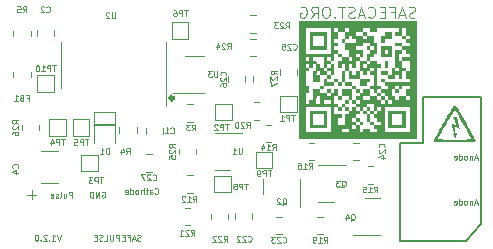
<source format=gbo>
G04 #@! TF.GenerationSoftware,KiCad,Pcbnew,(5.99.0-8941-ge2f8b1a4b1)*
G04 #@! TF.CreationDate,2021-03-24T22:34:04+13:00*
G04 #@! TF.ProjectId,OpenHVPS-5,4f70656e-4856-4505-932d-352e6b696361,V1.2.0*
G04 #@! TF.SameCoordinates,Original*
G04 #@! TF.FileFunction,Legend,Bot*
G04 #@! TF.FilePolarity,Positive*
%FSLAX46Y46*%
G04 Gerber Fmt 4.6, Leading zero omitted, Abs format (unit mm)*
G04 Created by KiCad (PCBNEW (5.99.0-8941-ge2f8b1a4b1)) date 2021-03-24 22:34:04*
%MOMM*%
%LPD*%
G01*
G04 APERTURE LIST*
%ADD10C,0.150000*%
%ADD11C,0.325000*%
%ADD12C,0.100000*%
%ADD13C,0.075000*%
%ADD14C,0.125000*%
%ADD15C,0.120000*%
G04 APERTURE END LIST*
D10*
X159512000Y-77575000D02*
X165100000Y-77575000D01*
X166370000Y-76200000D02*
X165100000Y-77575000D01*
X159512000Y-69350000D02*
X161520000Y-69350000D01*
X161520000Y-65405000D02*
X166370000Y-65405000D01*
X133670000Y-67770000D02*
X135370000Y-67770000D01*
X166370000Y-65405000D02*
X166370000Y-76200000D01*
X159512000Y-71500000D02*
X159512000Y-77575000D01*
D11*
X140362500Y-65500000D02*
G75*
G03*
X140362500Y-65500000I-162500J0D01*
G01*
D10*
X161520000Y-69350000D02*
X161520000Y-65405000D01*
X159512000Y-71500000D02*
X159512000Y-69350000D01*
D12*
X134305952Y-73450000D02*
X134353571Y-73426190D01*
X134425000Y-73426190D01*
X134496428Y-73450000D01*
X134544047Y-73497619D01*
X134567857Y-73545238D01*
X134591666Y-73640476D01*
X134591666Y-73711904D01*
X134567857Y-73807142D01*
X134544047Y-73854761D01*
X134496428Y-73902380D01*
X134425000Y-73926190D01*
X134377380Y-73926190D01*
X134305952Y-73902380D01*
X134282142Y-73878571D01*
X134282142Y-73711904D01*
X134377380Y-73711904D01*
X134067857Y-73926190D02*
X134067857Y-73426190D01*
X133782142Y-73926190D01*
X133782142Y-73426190D01*
X133544047Y-73926190D02*
X133544047Y-73426190D01*
X133425000Y-73426190D01*
X133353571Y-73450000D01*
X133305952Y-73497619D01*
X133282142Y-73545238D01*
X133258333Y-73640476D01*
X133258333Y-73711904D01*
X133282142Y-73807142D01*
X133305952Y-73854761D01*
X133353571Y-73902380D01*
X133425000Y-73926190D01*
X133544047Y-73926190D01*
X160841714Y-58674523D02*
X160706000Y-58719761D01*
X160479809Y-58719761D01*
X160389333Y-58674523D01*
X160344095Y-58629285D01*
X160298857Y-58538809D01*
X160298857Y-58448333D01*
X160344095Y-58357857D01*
X160389333Y-58312619D01*
X160479809Y-58267380D01*
X160660761Y-58222142D01*
X160751238Y-58176904D01*
X160796476Y-58131666D01*
X160841714Y-58041190D01*
X160841714Y-57950714D01*
X160796476Y-57860238D01*
X160751238Y-57815000D01*
X160660761Y-57769761D01*
X160434571Y-57769761D01*
X160298857Y-57815000D01*
X159936952Y-58448333D02*
X159484571Y-58448333D01*
X160027428Y-58719761D02*
X159710761Y-57769761D01*
X159394095Y-58719761D01*
X158760761Y-58222142D02*
X159077428Y-58222142D01*
X159077428Y-58719761D02*
X159077428Y-57769761D01*
X158625047Y-57769761D01*
X158263142Y-58222142D02*
X157946476Y-58222142D01*
X157810761Y-58719761D02*
X158263142Y-58719761D01*
X158263142Y-57769761D01*
X157810761Y-57769761D01*
X156860761Y-58629285D02*
X156906000Y-58674523D01*
X157041714Y-58719761D01*
X157132190Y-58719761D01*
X157267904Y-58674523D01*
X157358380Y-58584047D01*
X157403619Y-58493571D01*
X157448857Y-58312619D01*
X157448857Y-58176904D01*
X157403619Y-57995952D01*
X157358380Y-57905476D01*
X157267904Y-57815000D01*
X157132190Y-57769761D01*
X157041714Y-57769761D01*
X156906000Y-57815000D01*
X156860761Y-57860238D01*
X156498857Y-58448333D02*
X156046476Y-58448333D01*
X156589333Y-58719761D02*
X156272666Y-57769761D01*
X155956000Y-58719761D01*
X155684571Y-58674523D02*
X155548857Y-58719761D01*
X155322666Y-58719761D01*
X155232190Y-58674523D01*
X155186952Y-58629285D01*
X155141714Y-58538809D01*
X155141714Y-58448333D01*
X155186952Y-58357857D01*
X155232190Y-58312619D01*
X155322666Y-58267380D01*
X155503619Y-58222142D01*
X155594095Y-58176904D01*
X155639333Y-58131666D01*
X155684571Y-58041190D01*
X155684571Y-57950714D01*
X155639333Y-57860238D01*
X155594095Y-57815000D01*
X155503619Y-57769761D01*
X155277428Y-57769761D01*
X155141714Y-57815000D01*
X154870285Y-57769761D02*
X154327428Y-57769761D01*
X154598857Y-58719761D02*
X154598857Y-57769761D01*
X154010761Y-58629285D02*
X153965523Y-58674523D01*
X154010761Y-58719761D01*
X154056000Y-58674523D01*
X154010761Y-58629285D01*
X154010761Y-58719761D01*
X153377428Y-57769761D02*
X153196476Y-57769761D01*
X153106000Y-57815000D01*
X153015523Y-57905476D01*
X152970285Y-58086428D01*
X152970285Y-58403095D01*
X153015523Y-58584047D01*
X153106000Y-58674523D01*
X153196476Y-58719761D01*
X153377428Y-58719761D01*
X153467904Y-58674523D01*
X153558380Y-58584047D01*
X153603619Y-58403095D01*
X153603619Y-58086428D01*
X153558380Y-57905476D01*
X153467904Y-57815000D01*
X153377428Y-57769761D01*
X152020285Y-58719761D02*
X152336952Y-58267380D01*
X152563142Y-58719761D02*
X152563142Y-57769761D01*
X152201238Y-57769761D01*
X152110761Y-57815000D01*
X152065523Y-57860238D01*
X152020285Y-57950714D01*
X152020285Y-58086428D01*
X152065523Y-58176904D01*
X152110761Y-58222142D01*
X152201238Y-58267380D01*
X152563142Y-58267380D01*
X151115523Y-57815000D02*
X151206000Y-57769761D01*
X151341714Y-57769761D01*
X151477428Y-57815000D01*
X151567904Y-57905476D01*
X151613142Y-57995952D01*
X151658380Y-58176904D01*
X151658380Y-58312619D01*
X151613142Y-58493571D01*
X151567904Y-58584047D01*
X151477428Y-58674523D01*
X151341714Y-58719761D01*
X151251238Y-58719761D01*
X151115523Y-58674523D01*
X151070285Y-58629285D01*
X151070285Y-58312619D01*
X151251238Y-58312619D01*
X128721952Y-73711428D02*
X127960047Y-73711428D01*
X128341000Y-74092380D02*
X128341000Y-73330476D01*
D13*
X137572190Y-77545380D02*
X137500761Y-77569190D01*
X137381714Y-77569190D01*
X137334095Y-77545380D01*
X137310285Y-77521571D01*
X137286476Y-77473952D01*
X137286476Y-77426333D01*
X137310285Y-77378714D01*
X137334095Y-77354904D01*
X137381714Y-77331095D01*
X137476952Y-77307285D01*
X137524571Y-77283476D01*
X137548380Y-77259666D01*
X137572190Y-77212047D01*
X137572190Y-77164428D01*
X137548380Y-77116809D01*
X137524571Y-77093000D01*
X137476952Y-77069190D01*
X137357904Y-77069190D01*
X137286476Y-77093000D01*
X137096000Y-77426333D02*
X136857904Y-77426333D01*
X137143619Y-77569190D02*
X136976952Y-77069190D01*
X136810285Y-77569190D01*
X136476952Y-77307285D02*
X136643619Y-77307285D01*
X136643619Y-77569190D02*
X136643619Y-77069190D01*
X136405523Y-77069190D01*
X136215047Y-77307285D02*
X136048380Y-77307285D01*
X135976952Y-77569190D02*
X136215047Y-77569190D01*
X136215047Y-77069190D01*
X135976952Y-77069190D01*
X135762666Y-77569190D02*
X135762666Y-77069190D01*
X135572190Y-77069190D01*
X135524571Y-77093000D01*
X135500761Y-77116809D01*
X135476952Y-77164428D01*
X135476952Y-77235857D01*
X135500761Y-77283476D01*
X135524571Y-77307285D01*
X135572190Y-77331095D01*
X135762666Y-77331095D01*
X135262666Y-77069190D02*
X135262666Y-77473952D01*
X135238857Y-77521571D01*
X135215047Y-77545380D01*
X135167428Y-77569190D01*
X135072190Y-77569190D01*
X135024571Y-77545380D01*
X135000761Y-77521571D01*
X134976952Y-77473952D01*
X134976952Y-77069190D01*
X134500761Y-77569190D02*
X134738857Y-77569190D01*
X134738857Y-77069190D01*
X134357904Y-77545380D02*
X134286476Y-77569190D01*
X134167428Y-77569190D01*
X134119809Y-77545380D01*
X134096000Y-77521571D01*
X134072190Y-77473952D01*
X134072190Y-77426333D01*
X134096000Y-77378714D01*
X134119809Y-77354904D01*
X134167428Y-77331095D01*
X134262666Y-77307285D01*
X134310285Y-77283476D01*
X134334095Y-77259666D01*
X134357904Y-77212047D01*
X134357904Y-77164428D01*
X134334095Y-77116809D01*
X134310285Y-77093000D01*
X134262666Y-77069190D01*
X134143619Y-77069190D01*
X134072190Y-77093000D01*
X133857904Y-77307285D02*
X133691238Y-77307285D01*
X133619809Y-77569190D02*
X133857904Y-77569190D01*
X133857904Y-77069190D01*
X133619809Y-77069190D01*
X130810285Y-77069190D02*
X130643619Y-77569190D01*
X130476952Y-77069190D01*
X130048380Y-77569190D02*
X130334095Y-77569190D01*
X130191238Y-77569190D02*
X130191238Y-77069190D01*
X130238857Y-77140619D01*
X130286476Y-77188238D01*
X130334095Y-77212047D01*
X129834095Y-77521571D02*
X129810285Y-77545380D01*
X129834095Y-77569190D01*
X129857904Y-77545380D01*
X129834095Y-77521571D01*
X129834095Y-77569190D01*
X129619809Y-77116809D02*
X129596000Y-77093000D01*
X129548380Y-77069190D01*
X129429333Y-77069190D01*
X129381714Y-77093000D01*
X129357904Y-77116809D01*
X129334095Y-77164428D01*
X129334095Y-77212047D01*
X129357904Y-77283476D01*
X129643619Y-77569190D01*
X129334095Y-77569190D01*
X129119809Y-77521571D02*
X129096000Y-77545380D01*
X129119809Y-77569190D01*
X129143619Y-77545380D01*
X129119809Y-77521571D01*
X129119809Y-77569190D01*
X128786476Y-77069190D02*
X128738857Y-77069190D01*
X128691238Y-77093000D01*
X128667428Y-77116809D01*
X128643619Y-77164428D01*
X128619809Y-77259666D01*
X128619809Y-77378714D01*
X128643619Y-77473952D01*
X128667428Y-77521571D01*
X128691238Y-77545380D01*
X128738857Y-77569190D01*
X128786476Y-77569190D01*
X128834095Y-77545380D01*
X128857904Y-77521571D01*
X128881714Y-77473952D01*
X128905523Y-77378714D01*
X128905523Y-77259666D01*
X128881714Y-77164428D01*
X128857904Y-77116809D01*
X128834095Y-77093000D01*
X128786476Y-77069190D01*
D12*
X131785761Y-73926190D02*
X131785761Y-73426190D01*
X131595285Y-73426190D01*
X131547666Y-73450000D01*
X131523857Y-73473809D01*
X131500047Y-73521428D01*
X131500047Y-73592857D01*
X131523857Y-73640476D01*
X131547666Y-73664285D01*
X131595285Y-73688095D01*
X131785761Y-73688095D01*
X131071476Y-73592857D02*
X131071476Y-73926190D01*
X131285761Y-73592857D02*
X131285761Y-73854761D01*
X131261952Y-73902380D01*
X131214333Y-73926190D01*
X131142904Y-73926190D01*
X131095285Y-73902380D01*
X131071476Y-73878571D01*
X130761952Y-73926190D02*
X130809571Y-73902380D01*
X130833380Y-73854761D01*
X130833380Y-73426190D01*
X130595285Y-73902380D02*
X130547666Y-73926190D01*
X130452428Y-73926190D01*
X130404809Y-73902380D01*
X130381000Y-73854761D01*
X130381000Y-73830952D01*
X130404809Y-73783333D01*
X130452428Y-73759523D01*
X130523857Y-73759523D01*
X130571476Y-73735714D01*
X130595285Y-73688095D01*
X130595285Y-73664285D01*
X130571476Y-73616666D01*
X130523857Y-73592857D01*
X130452428Y-73592857D01*
X130404809Y-73616666D01*
X129976238Y-73902380D02*
X130023857Y-73926190D01*
X130119095Y-73926190D01*
X130166714Y-73902380D01*
X130190523Y-73854761D01*
X130190523Y-73664285D01*
X130166714Y-73616666D01*
X130119095Y-73592857D01*
X130023857Y-73592857D01*
X129976238Y-73616666D01*
X129952428Y-73664285D01*
X129952428Y-73711904D01*
X130190523Y-73759523D01*
D13*
X166111904Y-70568333D02*
X165873809Y-70568333D01*
X166159523Y-70711190D02*
X165992857Y-70211190D01*
X165826190Y-70711190D01*
X165659523Y-70377857D02*
X165659523Y-70711190D01*
X165659523Y-70425476D02*
X165635714Y-70401666D01*
X165588095Y-70377857D01*
X165516666Y-70377857D01*
X165469047Y-70401666D01*
X165445238Y-70449285D01*
X165445238Y-70711190D01*
X165135714Y-70711190D02*
X165183333Y-70687380D01*
X165207142Y-70663571D01*
X165230952Y-70615952D01*
X165230952Y-70473095D01*
X165207142Y-70425476D01*
X165183333Y-70401666D01*
X165135714Y-70377857D01*
X165064285Y-70377857D01*
X165016666Y-70401666D01*
X164992857Y-70425476D01*
X164969047Y-70473095D01*
X164969047Y-70615952D01*
X164992857Y-70663571D01*
X165016666Y-70687380D01*
X165064285Y-70711190D01*
X165135714Y-70711190D01*
X164540476Y-70711190D02*
X164540476Y-70211190D01*
X164540476Y-70687380D02*
X164588095Y-70711190D01*
X164683333Y-70711190D01*
X164730952Y-70687380D01*
X164754761Y-70663571D01*
X164778571Y-70615952D01*
X164778571Y-70473095D01*
X164754761Y-70425476D01*
X164730952Y-70401666D01*
X164683333Y-70377857D01*
X164588095Y-70377857D01*
X164540476Y-70401666D01*
X164111904Y-70687380D02*
X164159523Y-70711190D01*
X164254761Y-70711190D01*
X164302380Y-70687380D01*
X164326190Y-70639761D01*
X164326190Y-70449285D01*
X164302380Y-70401666D01*
X164254761Y-70377857D01*
X164159523Y-70377857D01*
X164111904Y-70401666D01*
X164088095Y-70449285D01*
X164088095Y-70496904D01*
X164326190Y-70544523D01*
X166111904Y-74378333D02*
X165873809Y-74378333D01*
X166159523Y-74521190D02*
X165992857Y-74021190D01*
X165826190Y-74521190D01*
X165659523Y-74187857D02*
X165659523Y-74521190D01*
X165659523Y-74235476D02*
X165635714Y-74211666D01*
X165588095Y-74187857D01*
X165516666Y-74187857D01*
X165469047Y-74211666D01*
X165445238Y-74259285D01*
X165445238Y-74521190D01*
X165135714Y-74521190D02*
X165183333Y-74497380D01*
X165207142Y-74473571D01*
X165230952Y-74425952D01*
X165230952Y-74283095D01*
X165207142Y-74235476D01*
X165183333Y-74211666D01*
X165135714Y-74187857D01*
X165064285Y-74187857D01*
X165016666Y-74211666D01*
X164992857Y-74235476D01*
X164969047Y-74283095D01*
X164969047Y-74425952D01*
X164992857Y-74473571D01*
X165016666Y-74497380D01*
X165064285Y-74521190D01*
X165135714Y-74521190D01*
X164540476Y-74521190D02*
X164540476Y-74021190D01*
X164540476Y-74497380D02*
X164588095Y-74521190D01*
X164683333Y-74521190D01*
X164730952Y-74497380D01*
X164754761Y-74473571D01*
X164778571Y-74425952D01*
X164778571Y-74283095D01*
X164754761Y-74235476D01*
X164730952Y-74211666D01*
X164683333Y-74187857D01*
X164588095Y-74187857D01*
X164540476Y-74211666D01*
X164111904Y-74497380D02*
X164159523Y-74521190D01*
X164254761Y-74521190D01*
X164302380Y-74497380D01*
X164326190Y-74449761D01*
X164326190Y-74259285D01*
X164302380Y-74211666D01*
X164254761Y-74187857D01*
X164159523Y-74187857D01*
X164111904Y-74211666D01*
X164088095Y-74259285D01*
X164088095Y-74306904D01*
X164326190Y-74354523D01*
X138775142Y-73584571D02*
X138798952Y-73608380D01*
X138870380Y-73632190D01*
X138918000Y-73632190D01*
X138989428Y-73608380D01*
X139037047Y-73560761D01*
X139060857Y-73513142D01*
X139084666Y-73417904D01*
X139084666Y-73346476D01*
X139060857Y-73251238D01*
X139037047Y-73203619D01*
X138989428Y-73156000D01*
X138918000Y-73132190D01*
X138870380Y-73132190D01*
X138798952Y-73156000D01*
X138775142Y-73179809D01*
X138346571Y-73632190D02*
X138346571Y-73370285D01*
X138370380Y-73322666D01*
X138418000Y-73298857D01*
X138513238Y-73298857D01*
X138560857Y-73322666D01*
X138346571Y-73608380D02*
X138394190Y-73632190D01*
X138513238Y-73632190D01*
X138560857Y-73608380D01*
X138584666Y-73560761D01*
X138584666Y-73513142D01*
X138560857Y-73465523D01*
X138513238Y-73441714D01*
X138394190Y-73441714D01*
X138346571Y-73417904D01*
X138179904Y-73298857D02*
X137989428Y-73298857D01*
X138108476Y-73132190D02*
X138108476Y-73560761D01*
X138084666Y-73608380D01*
X138037047Y-73632190D01*
X137989428Y-73632190D01*
X137822761Y-73632190D02*
X137822761Y-73132190D01*
X137608476Y-73632190D02*
X137608476Y-73370285D01*
X137632285Y-73322666D01*
X137679904Y-73298857D01*
X137751333Y-73298857D01*
X137798952Y-73322666D01*
X137822761Y-73346476D01*
X137298952Y-73632190D02*
X137346571Y-73608380D01*
X137370380Y-73584571D01*
X137394190Y-73536952D01*
X137394190Y-73394095D01*
X137370380Y-73346476D01*
X137346571Y-73322666D01*
X137298952Y-73298857D01*
X137227523Y-73298857D01*
X137179904Y-73322666D01*
X137156095Y-73346476D01*
X137132285Y-73394095D01*
X137132285Y-73536952D01*
X137156095Y-73584571D01*
X137179904Y-73608380D01*
X137227523Y-73632190D01*
X137298952Y-73632190D01*
X136703714Y-73632190D02*
X136703714Y-73132190D01*
X136703714Y-73608380D02*
X136751333Y-73632190D01*
X136846571Y-73632190D01*
X136894190Y-73608380D01*
X136918000Y-73584571D01*
X136941809Y-73536952D01*
X136941809Y-73394095D01*
X136918000Y-73346476D01*
X136894190Y-73322666D01*
X136846571Y-73298857D01*
X136751333Y-73298857D01*
X136703714Y-73322666D01*
X136275142Y-73608380D02*
X136322761Y-73632190D01*
X136418000Y-73632190D01*
X136465619Y-73608380D01*
X136489428Y-73560761D01*
X136489428Y-73370285D01*
X136465619Y-73322666D01*
X136418000Y-73298857D01*
X136322761Y-73298857D01*
X136275142Y-73322666D01*
X136251333Y-73370285D01*
X136251333Y-73417904D01*
X136489428Y-73465523D01*
X133150952Y-68996190D02*
X132865238Y-68996190D01*
X133008095Y-69496190D02*
X133008095Y-68996190D01*
X132698571Y-69496190D02*
X132698571Y-68996190D01*
X132508095Y-68996190D01*
X132460476Y-69020000D01*
X132436666Y-69043809D01*
X132412857Y-69091428D01*
X132412857Y-69162857D01*
X132436666Y-69210476D01*
X132460476Y-69234285D01*
X132508095Y-69258095D01*
X132698571Y-69258095D01*
X131960476Y-68996190D02*
X132198571Y-68996190D01*
X132222380Y-69234285D01*
X132198571Y-69210476D01*
X132150952Y-69186666D01*
X132031904Y-69186666D01*
X131984285Y-69210476D01*
X131960476Y-69234285D01*
X131936666Y-69281904D01*
X131936666Y-69400952D01*
X131960476Y-69448571D01*
X131984285Y-69472380D01*
X132031904Y-69496190D01*
X132150952Y-69496190D01*
X132198571Y-69472380D01*
X132222380Y-69448571D01*
X141841428Y-77144690D02*
X142008095Y-76906595D01*
X142127142Y-77144690D02*
X142127142Y-76644690D01*
X141936666Y-76644690D01*
X141889047Y-76668500D01*
X141865238Y-76692309D01*
X141841428Y-76739928D01*
X141841428Y-76811357D01*
X141865238Y-76858976D01*
X141889047Y-76882785D01*
X141936666Y-76906595D01*
X142127142Y-76906595D01*
X141650952Y-76692309D02*
X141627142Y-76668500D01*
X141579523Y-76644690D01*
X141460476Y-76644690D01*
X141412857Y-76668500D01*
X141389047Y-76692309D01*
X141365238Y-76739928D01*
X141365238Y-76787547D01*
X141389047Y-76858976D01*
X141674761Y-77144690D01*
X141365238Y-77144690D01*
X140889047Y-77144690D02*
X141174761Y-77144690D01*
X141031904Y-77144690D02*
X141031904Y-76644690D01*
X141079523Y-76716119D01*
X141127142Y-76763738D01*
X141174761Y-76787547D01*
X150630952Y-66926190D02*
X150345238Y-66926190D01*
X150488095Y-67426190D02*
X150488095Y-66926190D01*
X150178571Y-67426190D02*
X150178571Y-66926190D01*
X149988095Y-66926190D01*
X149940476Y-66950000D01*
X149916666Y-66973809D01*
X149892857Y-67021428D01*
X149892857Y-67092857D01*
X149916666Y-67140476D01*
X149940476Y-67164285D01*
X149988095Y-67188095D01*
X150178571Y-67188095D01*
X149416666Y-67426190D02*
X149702380Y-67426190D01*
X149559523Y-67426190D02*
X149559523Y-66926190D01*
X149607142Y-66997619D01*
X149654761Y-67045238D01*
X149702380Y-67069047D01*
X142012928Y-74300190D02*
X142179595Y-74062095D01*
X142298642Y-74300190D02*
X142298642Y-73800190D01*
X142108166Y-73800190D01*
X142060547Y-73824000D01*
X142036738Y-73847809D01*
X142012928Y-73895428D01*
X142012928Y-73966857D01*
X142036738Y-74014476D01*
X142060547Y-74038285D01*
X142108166Y-74062095D01*
X142298642Y-74062095D01*
X141536738Y-74300190D02*
X141822452Y-74300190D01*
X141679595Y-74300190D02*
X141679595Y-73800190D01*
X141727214Y-73871619D01*
X141774833Y-73919238D01*
X141822452Y-73943047D01*
X141346261Y-73847809D02*
X141322452Y-73824000D01*
X141274833Y-73800190D01*
X141155785Y-73800190D01*
X141108166Y-73824000D01*
X141084357Y-73847809D01*
X141060547Y-73895428D01*
X141060547Y-73943047D01*
X141084357Y-74014476D01*
X141370071Y-74300190D01*
X141060547Y-74300190D01*
X154567619Y-73043809D02*
X154615238Y-73020000D01*
X154662857Y-72972380D01*
X154734285Y-72900952D01*
X154781904Y-72877142D01*
X154829523Y-72877142D01*
X154805714Y-72996190D02*
X154853333Y-72972380D01*
X154900952Y-72924761D01*
X154924761Y-72829523D01*
X154924761Y-72662857D01*
X154900952Y-72567619D01*
X154853333Y-72520000D01*
X154805714Y-72496190D01*
X154710476Y-72496190D01*
X154662857Y-72520000D01*
X154615238Y-72567619D01*
X154591428Y-72662857D01*
X154591428Y-72829523D01*
X154615238Y-72924761D01*
X154662857Y-72972380D01*
X154710476Y-72996190D01*
X154805714Y-72996190D01*
X154424761Y-72496190D02*
X154115238Y-72496190D01*
X154281904Y-72686666D01*
X154210476Y-72686666D01*
X154162857Y-72710476D01*
X154139047Y-72734285D01*
X154115238Y-72781904D01*
X154115238Y-72900952D01*
X154139047Y-72948571D01*
X154162857Y-72972380D01*
X154210476Y-72996190D01*
X154353333Y-72996190D01*
X154400952Y-72972380D01*
X154424761Y-72948571D01*
X141557202Y-58078190D02*
X141271488Y-58078190D01*
X141414345Y-58578190D02*
X141414345Y-58078190D01*
X141104821Y-58578190D02*
X141104821Y-58078190D01*
X140914345Y-58078190D01*
X140866726Y-58102000D01*
X140842916Y-58125809D01*
X140819107Y-58173428D01*
X140819107Y-58244857D01*
X140842916Y-58292476D01*
X140866726Y-58316285D01*
X140914345Y-58340095D01*
X141104821Y-58340095D01*
X140390535Y-58078190D02*
X140485773Y-58078190D01*
X140533392Y-58102000D01*
X140557202Y-58125809D01*
X140604821Y-58197238D01*
X140628630Y-58292476D01*
X140628630Y-58482952D01*
X140604821Y-58530571D01*
X140581011Y-58554380D01*
X140533392Y-58578190D01*
X140438154Y-58578190D01*
X140390535Y-58554380D01*
X140366726Y-58530571D01*
X140342916Y-58482952D01*
X140342916Y-58363904D01*
X140366726Y-58316285D01*
X140390535Y-58292476D01*
X140438154Y-58268666D01*
X140533392Y-58268666D01*
X140581011Y-58292476D01*
X140604821Y-58316285D01*
X140628630Y-58363904D01*
X144920178Y-61376190D02*
X145086845Y-61138095D01*
X145205892Y-61376190D02*
X145205892Y-60876190D01*
X145015416Y-60876190D01*
X144967797Y-60900000D01*
X144943988Y-60923809D01*
X144920178Y-60971428D01*
X144920178Y-61042857D01*
X144943988Y-61090476D01*
X144967797Y-61114285D01*
X145015416Y-61138095D01*
X145205892Y-61138095D01*
X144729702Y-60923809D02*
X144705892Y-60900000D01*
X144658273Y-60876190D01*
X144539226Y-60876190D01*
X144491607Y-60900000D01*
X144467797Y-60923809D01*
X144443988Y-60971428D01*
X144443988Y-61019047D01*
X144467797Y-61090476D01*
X144753511Y-61376190D01*
X144443988Y-61376190D01*
X144015416Y-61042857D02*
X144015416Y-61376190D01*
X144134464Y-60852380D02*
X144253511Y-61209523D01*
X143943988Y-61209523D01*
X149591428Y-77698571D02*
X149615238Y-77722380D01*
X149686666Y-77746190D01*
X149734285Y-77746190D01*
X149805714Y-77722380D01*
X149853333Y-77674761D01*
X149877142Y-77627142D01*
X149900952Y-77531904D01*
X149900952Y-77460476D01*
X149877142Y-77365238D01*
X149853333Y-77317619D01*
X149805714Y-77270000D01*
X149734285Y-77246190D01*
X149686666Y-77246190D01*
X149615238Y-77270000D01*
X149591428Y-77293809D01*
X149400952Y-77293809D02*
X149377142Y-77270000D01*
X149329523Y-77246190D01*
X149210476Y-77246190D01*
X149162857Y-77270000D01*
X149139047Y-77293809D01*
X149115238Y-77341428D01*
X149115238Y-77389047D01*
X149139047Y-77460476D01*
X149424761Y-77746190D01*
X149115238Y-77746190D01*
X148948571Y-77246190D02*
X148639047Y-77246190D01*
X148805714Y-77436666D01*
X148734285Y-77436666D01*
X148686666Y-77460476D01*
X148662857Y-77484285D01*
X148639047Y-77531904D01*
X148639047Y-77650952D01*
X148662857Y-77698571D01*
X148686666Y-77722380D01*
X148734285Y-77746190D01*
X148877142Y-77746190D01*
X148924761Y-77722380D01*
X148948571Y-77698571D01*
X129603333Y-58198571D02*
X129627142Y-58222380D01*
X129698571Y-58246190D01*
X129746190Y-58246190D01*
X129817619Y-58222380D01*
X129865238Y-58174761D01*
X129889047Y-58127142D01*
X129912857Y-58031904D01*
X129912857Y-57960476D01*
X129889047Y-57865238D01*
X129865238Y-57817619D01*
X129817619Y-57770000D01*
X129746190Y-57746190D01*
X129698571Y-57746190D01*
X129627142Y-57770000D01*
X129603333Y-57793809D01*
X129412857Y-57793809D02*
X129389047Y-57770000D01*
X129341428Y-57746190D01*
X129222380Y-57746190D01*
X129174761Y-57770000D01*
X129150952Y-57793809D01*
X129127142Y-57841428D01*
X129127142Y-57889047D01*
X129150952Y-57960476D01*
X129436666Y-58246190D01*
X129127142Y-58246190D01*
X134380952Y-72226190D02*
X134095238Y-72226190D01*
X134238095Y-72726190D02*
X134238095Y-72226190D01*
X133928571Y-72726190D02*
X133928571Y-72226190D01*
X133738095Y-72226190D01*
X133690476Y-72250000D01*
X133666666Y-72273809D01*
X133642857Y-72321428D01*
X133642857Y-72392857D01*
X133666666Y-72440476D01*
X133690476Y-72464285D01*
X133738095Y-72488095D01*
X133928571Y-72488095D01*
X133476190Y-72226190D02*
X133166666Y-72226190D01*
X133333333Y-72416666D01*
X133261904Y-72416666D01*
X133214285Y-72440476D01*
X133190476Y-72464285D01*
X133166666Y-72511904D01*
X133166666Y-72630952D01*
X133190476Y-72678571D01*
X133214285Y-72702380D01*
X133261904Y-72726190D01*
X133404761Y-72726190D01*
X133452380Y-72702380D01*
X133476190Y-72678571D01*
X158178571Y-69678571D02*
X158202380Y-69654761D01*
X158226190Y-69583333D01*
X158226190Y-69535714D01*
X158202380Y-69464285D01*
X158154761Y-69416666D01*
X158107142Y-69392857D01*
X158011904Y-69369047D01*
X157940476Y-69369047D01*
X157845238Y-69392857D01*
X157797619Y-69416666D01*
X157750000Y-69464285D01*
X157726190Y-69535714D01*
X157726190Y-69583333D01*
X157750000Y-69654761D01*
X157773809Y-69678571D01*
X157773809Y-69869047D02*
X157750000Y-69892857D01*
X157726190Y-69940476D01*
X157726190Y-70059523D01*
X157750000Y-70107142D01*
X157773809Y-70130952D01*
X157821428Y-70154761D01*
X157869047Y-70154761D01*
X157940476Y-70130952D01*
X158226190Y-69845238D01*
X158226190Y-70154761D01*
X157892857Y-70583333D02*
X158226190Y-70583333D01*
X157702380Y-70464285D02*
X158059523Y-70345238D01*
X158059523Y-70654761D01*
X140496190Y-69698571D02*
X140258095Y-69531904D01*
X140496190Y-69412857D02*
X139996190Y-69412857D01*
X139996190Y-69603333D01*
X140020000Y-69650952D01*
X140043809Y-69674761D01*
X140091428Y-69698571D01*
X140162857Y-69698571D01*
X140210476Y-69674761D01*
X140234285Y-69650952D01*
X140258095Y-69603333D01*
X140258095Y-69412857D01*
X140043809Y-69889047D02*
X140020000Y-69912857D01*
X139996190Y-69960476D01*
X139996190Y-70079523D01*
X140020000Y-70127142D01*
X140043809Y-70150952D01*
X140091428Y-70174761D01*
X140139047Y-70174761D01*
X140210476Y-70150952D01*
X140496190Y-69865238D01*
X140496190Y-70174761D01*
X139996190Y-70627142D02*
X139996190Y-70389047D01*
X140234285Y-70365238D01*
X140210476Y-70389047D01*
X140186666Y-70436666D01*
X140186666Y-70555714D01*
X140210476Y-70603333D01*
X140234285Y-70627142D01*
X140281904Y-70650952D01*
X140400952Y-70650952D01*
X140448571Y-70627142D01*
X140472380Y-70603333D01*
X140496190Y-70555714D01*
X140496190Y-70436666D01*
X140472380Y-70389047D01*
X140448571Y-70365238D01*
X144606428Y-77664690D02*
X144773095Y-77426595D01*
X144892142Y-77664690D02*
X144892142Y-77164690D01*
X144701666Y-77164690D01*
X144654047Y-77188500D01*
X144630238Y-77212309D01*
X144606428Y-77259928D01*
X144606428Y-77331357D01*
X144630238Y-77378976D01*
X144654047Y-77402785D01*
X144701666Y-77426595D01*
X144892142Y-77426595D01*
X144415952Y-77212309D02*
X144392142Y-77188500D01*
X144344523Y-77164690D01*
X144225476Y-77164690D01*
X144177857Y-77188500D01*
X144154047Y-77212309D01*
X144130238Y-77259928D01*
X144130238Y-77307547D01*
X144154047Y-77378976D01*
X144439761Y-77664690D01*
X144130238Y-77664690D01*
X143939761Y-77212309D02*
X143915952Y-77188500D01*
X143868333Y-77164690D01*
X143749285Y-77164690D01*
X143701666Y-77188500D01*
X143677857Y-77212309D01*
X143654047Y-77259928D01*
X143654047Y-77307547D01*
X143677857Y-77378976D01*
X143963571Y-77664690D01*
X143654047Y-77664690D01*
X134889047Y-70246190D02*
X134889047Y-69746190D01*
X134770000Y-69746190D01*
X134698571Y-69770000D01*
X134650952Y-69817619D01*
X134627142Y-69865238D01*
X134603333Y-69960476D01*
X134603333Y-70031904D01*
X134627142Y-70127142D01*
X134650952Y-70174761D01*
X134698571Y-70222380D01*
X134770000Y-70246190D01*
X134889047Y-70246190D01*
X134127142Y-70246190D02*
X134412857Y-70246190D01*
X134270000Y-70246190D02*
X134270000Y-69746190D01*
X134317619Y-69817619D01*
X134365238Y-69865238D01*
X134412857Y-69889047D01*
X127603333Y-58246190D02*
X127770000Y-58008095D01*
X127889047Y-58246190D02*
X127889047Y-57746190D01*
X127698571Y-57746190D01*
X127650952Y-57770000D01*
X127627142Y-57793809D01*
X127603333Y-57841428D01*
X127603333Y-57912857D01*
X127627142Y-57960476D01*
X127650952Y-57984285D01*
X127698571Y-58008095D01*
X127889047Y-58008095D01*
X127150952Y-57746190D02*
X127389047Y-57746190D01*
X127412857Y-57984285D01*
X127389047Y-57960476D01*
X127341428Y-57936666D01*
X127222380Y-57936666D01*
X127174761Y-57960476D01*
X127150952Y-57984285D01*
X127127142Y-58031904D01*
X127127142Y-58150952D01*
X127150952Y-58198571D01*
X127174761Y-58222380D01*
X127222380Y-58246190D01*
X127341428Y-58246190D01*
X127389047Y-58222380D01*
X127412857Y-58198571D01*
X144080952Y-63226190D02*
X144080952Y-63630952D01*
X144057142Y-63678571D01*
X144033333Y-63702380D01*
X143985714Y-63726190D01*
X143890476Y-63726190D01*
X143842857Y-63702380D01*
X143819047Y-63678571D01*
X143795238Y-63630952D01*
X143795238Y-63226190D01*
X143604761Y-63226190D02*
X143295238Y-63226190D01*
X143461904Y-63416666D01*
X143390476Y-63416666D01*
X143342857Y-63440476D01*
X143319047Y-63464285D01*
X143295238Y-63511904D01*
X143295238Y-63630952D01*
X143319047Y-63678571D01*
X143342857Y-63702380D01*
X143390476Y-63726190D01*
X143533333Y-63726190D01*
X143580952Y-63702380D01*
X143604761Y-63678571D01*
X146661428Y-77617071D02*
X146685238Y-77640880D01*
X146756666Y-77664690D01*
X146804285Y-77664690D01*
X146875714Y-77640880D01*
X146923333Y-77593261D01*
X146947142Y-77545642D01*
X146970952Y-77450404D01*
X146970952Y-77378976D01*
X146947142Y-77283738D01*
X146923333Y-77236119D01*
X146875714Y-77188500D01*
X146804285Y-77164690D01*
X146756666Y-77164690D01*
X146685238Y-77188500D01*
X146661428Y-77212309D01*
X146470952Y-77212309D02*
X146447142Y-77188500D01*
X146399523Y-77164690D01*
X146280476Y-77164690D01*
X146232857Y-77188500D01*
X146209047Y-77212309D01*
X146185238Y-77259928D01*
X146185238Y-77307547D01*
X146209047Y-77378976D01*
X146494761Y-77664690D01*
X146185238Y-77664690D01*
X145994761Y-77212309D02*
X145970952Y-77188500D01*
X145923333Y-77164690D01*
X145804285Y-77164690D01*
X145756666Y-77188500D01*
X145732857Y-77212309D01*
X145709047Y-77259928D01*
X145709047Y-77307547D01*
X145732857Y-77378976D01*
X146018571Y-77664690D01*
X145709047Y-77664690D01*
X155347619Y-75873809D02*
X155395238Y-75850000D01*
X155442857Y-75802380D01*
X155514285Y-75730952D01*
X155561904Y-75707142D01*
X155609523Y-75707142D01*
X155585714Y-75826190D02*
X155633333Y-75802380D01*
X155680952Y-75754761D01*
X155704761Y-75659523D01*
X155704761Y-75492857D01*
X155680952Y-75397619D01*
X155633333Y-75350000D01*
X155585714Y-75326190D01*
X155490476Y-75326190D01*
X155442857Y-75350000D01*
X155395238Y-75397619D01*
X155371428Y-75492857D01*
X155371428Y-75659523D01*
X155395238Y-75754761D01*
X155442857Y-75802380D01*
X155490476Y-75826190D01*
X155585714Y-75826190D01*
X154942857Y-75492857D02*
X154942857Y-75826190D01*
X155061904Y-75302380D02*
X155180952Y-75659523D01*
X154871428Y-75659523D01*
X146521428Y-68026190D02*
X146688095Y-67788095D01*
X146807142Y-68026190D02*
X146807142Y-67526190D01*
X146616666Y-67526190D01*
X146569047Y-67550000D01*
X146545238Y-67573809D01*
X146521428Y-67621428D01*
X146521428Y-67692857D01*
X146545238Y-67740476D01*
X146569047Y-67764285D01*
X146616666Y-67788095D01*
X146807142Y-67788095D01*
X146330952Y-67573809D02*
X146307142Y-67550000D01*
X146259523Y-67526190D01*
X146140476Y-67526190D01*
X146092857Y-67550000D01*
X146069047Y-67573809D01*
X146045238Y-67621428D01*
X146045238Y-67669047D01*
X146069047Y-67740476D01*
X146354761Y-68026190D01*
X146045238Y-68026190D01*
X145735714Y-67526190D02*
X145688095Y-67526190D01*
X145640476Y-67550000D01*
X145616666Y-67573809D01*
X145592857Y-67621428D01*
X145569047Y-67716666D01*
X145569047Y-67835714D01*
X145592857Y-67930952D01*
X145616666Y-67978571D01*
X145640476Y-68002380D01*
X145688095Y-68026190D01*
X145735714Y-68026190D01*
X145783333Y-68002380D01*
X145807142Y-67978571D01*
X145830952Y-67930952D01*
X145854761Y-67835714D01*
X145854761Y-67716666D01*
X145830952Y-67621428D01*
X145807142Y-67573809D01*
X145783333Y-67550000D01*
X145735714Y-67526190D01*
X149567619Y-74543809D02*
X149615238Y-74520000D01*
X149662857Y-74472380D01*
X149734285Y-74400952D01*
X149781904Y-74377142D01*
X149829523Y-74377142D01*
X149805714Y-74496190D02*
X149853333Y-74472380D01*
X149900952Y-74424761D01*
X149924761Y-74329523D01*
X149924761Y-74162857D01*
X149900952Y-74067619D01*
X149853333Y-74020000D01*
X149805714Y-73996190D01*
X149710476Y-73996190D01*
X149662857Y-74020000D01*
X149615238Y-74067619D01*
X149591428Y-74162857D01*
X149591428Y-74329523D01*
X149615238Y-74424761D01*
X149662857Y-74472380D01*
X149710476Y-74496190D01*
X149805714Y-74496190D01*
X149400952Y-74043809D02*
X149377142Y-74020000D01*
X149329523Y-73996190D01*
X149210476Y-73996190D01*
X149162857Y-74020000D01*
X149139047Y-74043809D01*
X149115238Y-74091428D01*
X149115238Y-74139047D01*
X149139047Y-74210476D01*
X149424761Y-74496190D01*
X149115238Y-74496190D01*
X130389047Y-62726190D02*
X130103333Y-62726190D01*
X130246190Y-63226190D02*
X130246190Y-62726190D01*
X129936666Y-63226190D02*
X129936666Y-62726190D01*
X129746190Y-62726190D01*
X129698571Y-62750000D01*
X129674761Y-62773809D01*
X129650952Y-62821428D01*
X129650952Y-62892857D01*
X129674761Y-62940476D01*
X129698571Y-62964285D01*
X129746190Y-62988095D01*
X129936666Y-62988095D01*
X129174761Y-63226190D02*
X129460476Y-63226190D01*
X129317619Y-63226190D02*
X129317619Y-62726190D01*
X129365238Y-62797619D01*
X129412857Y-62845238D01*
X129460476Y-62869047D01*
X128865238Y-62726190D02*
X128817619Y-62726190D01*
X128770000Y-62750000D01*
X128746190Y-62773809D01*
X128722380Y-62821428D01*
X128698571Y-62916666D01*
X128698571Y-63035714D01*
X128722380Y-63130952D01*
X128746190Y-63178571D01*
X128770000Y-63202380D01*
X128817619Y-63226190D01*
X128865238Y-63226190D01*
X128912857Y-63202380D01*
X128936666Y-63178571D01*
X128960476Y-63130952D01*
X128984285Y-63035714D01*
X128984285Y-62916666D01*
X128960476Y-62821428D01*
X128936666Y-62773809D01*
X128912857Y-62750000D01*
X128865238Y-62726190D01*
X149841428Y-59607440D02*
X150008095Y-59369345D01*
X150127142Y-59607440D02*
X150127142Y-59107440D01*
X149936666Y-59107440D01*
X149889047Y-59131250D01*
X149865238Y-59155059D01*
X149841428Y-59202678D01*
X149841428Y-59274107D01*
X149865238Y-59321726D01*
X149889047Y-59345535D01*
X149936666Y-59369345D01*
X150127142Y-59369345D01*
X149650952Y-59155059D02*
X149627142Y-59131250D01*
X149579523Y-59107440D01*
X149460476Y-59107440D01*
X149412857Y-59131250D01*
X149389047Y-59155059D01*
X149365238Y-59202678D01*
X149365238Y-59250297D01*
X149389047Y-59321726D01*
X149674761Y-59607440D01*
X149365238Y-59607440D01*
X149198571Y-59107440D02*
X148889047Y-59107440D01*
X149055714Y-59297916D01*
X148984285Y-59297916D01*
X148936666Y-59321726D01*
X148912857Y-59345535D01*
X148889047Y-59393154D01*
X148889047Y-59512202D01*
X148912857Y-59559821D01*
X148936666Y-59583630D01*
X148984285Y-59607440D01*
X149127142Y-59607440D01*
X149174761Y-59583630D01*
X149198571Y-59559821D01*
X140103333Y-68448571D02*
X140127142Y-68472380D01*
X140198571Y-68496190D01*
X140246190Y-68496190D01*
X140317619Y-68472380D01*
X140365238Y-68424761D01*
X140389047Y-68377142D01*
X140412857Y-68281904D01*
X140412857Y-68210476D01*
X140389047Y-68115238D01*
X140365238Y-68067619D01*
X140317619Y-68020000D01*
X140246190Y-67996190D01*
X140198571Y-67996190D01*
X140127142Y-68020000D01*
X140103333Y-68043809D01*
X139627142Y-68496190D02*
X139912857Y-68496190D01*
X139770000Y-68496190D02*
X139770000Y-67996190D01*
X139817619Y-68067619D01*
X139865238Y-68115238D01*
X139912857Y-68139047D01*
X148721428Y-69926190D02*
X148888095Y-69688095D01*
X149007142Y-69926190D02*
X149007142Y-69426190D01*
X148816666Y-69426190D01*
X148769047Y-69450000D01*
X148745238Y-69473809D01*
X148721428Y-69521428D01*
X148721428Y-69592857D01*
X148745238Y-69640476D01*
X148769047Y-69664285D01*
X148816666Y-69688095D01*
X149007142Y-69688095D01*
X148245238Y-69926190D02*
X148530952Y-69926190D01*
X148388095Y-69926190D02*
X148388095Y-69426190D01*
X148435714Y-69497619D01*
X148483333Y-69545238D01*
X148530952Y-69569047D01*
X147816666Y-69592857D02*
X147816666Y-69926190D01*
X147935714Y-69402380D02*
X148054761Y-69759523D01*
X147745238Y-69759523D01*
X145030952Y-67726190D02*
X144745238Y-67726190D01*
X144888095Y-68226190D02*
X144888095Y-67726190D01*
X144578571Y-68226190D02*
X144578571Y-67726190D01*
X144388095Y-67726190D01*
X144340476Y-67750000D01*
X144316666Y-67773809D01*
X144292857Y-67821428D01*
X144292857Y-67892857D01*
X144316666Y-67940476D01*
X144340476Y-67964285D01*
X144388095Y-67988095D01*
X144578571Y-67988095D01*
X144102380Y-67773809D02*
X144078571Y-67750000D01*
X144030952Y-67726190D01*
X143911904Y-67726190D01*
X143864285Y-67750000D01*
X143840476Y-67773809D01*
X143816666Y-67821428D01*
X143816666Y-67869047D01*
X143840476Y-67940476D01*
X144126190Y-68226190D01*
X143816666Y-68226190D01*
X146650952Y-72746190D02*
X146365238Y-72746190D01*
X146508095Y-73246190D02*
X146508095Y-72746190D01*
X146198571Y-73246190D02*
X146198571Y-72746190D01*
X146008095Y-72746190D01*
X145960476Y-72770000D01*
X145936666Y-72793809D01*
X145912857Y-72841428D01*
X145912857Y-72912857D01*
X145936666Y-72960476D01*
X145960476Y-72984285D01*
X146008095Y-73008095D01*
X146198571Y-73008095D01*
X145627142Y-72960476D02*
X145674761Y-72936666D01*
X145698571Y-72912857D01*
X145722380Y-72865238D01*
X145722380Y-72841428D01*
X145698571Y-72793809D01*
X145674761Y-72770000D01*
X145627142Y-72746190D01*
X145531904Y-72746190D01*
X145484285Y-72770000D01*
X145460476Y-72793809D01*
X145436666Y-72841428D01*
X145436666Y-72865238D01*
X145460476Y-72912857D01*
X145484285Y-72936666D01*
X145531904Y-72960476D01*
X145627142Y-72960476D01*
X145674761Y-72984285D01*
X145698571Y-73008095D01*
X145722380Y-73055714D01*
X145722380Y-73150952D01*
X145698571Y-73198571D01*
X145674761Y-73222380D01*
X145627142Y-73246190D01*
X145531904Y-73246190D01*
X145484285Y-73222380D01*
X145460476Y-73198571D01*
X145436666Y-73150952D01*
X145436666Y-73055714D01*
X145460476Y-73008095D01*
X145484285Y-72984285D01*
X145531904Y-72960476D01*
X148630952Y-71626190D02*
X148345238Y-71626190D01*
X148488095Y-72126190D02*
X148488095Y-71626190D01*
X148178571Y-72126190D02*
X148178571Y-71626190D01*
X147988095Y-71626190D01*
X147940476Y-71650000D01*
X147916666Y-71673809D01*
X147892857Y-71721428D01*
X147892857Y-71792857D01*
X147916666Y-71840476D01*
X147940476Y-71864285D01*
X147988095Y-71888095D01*
X148178571Y-71888095D01*
X147654761Y-72126190D02*
X147559523Y-72126190D01*
X147511904Y-72102380D01*
X147488095Y-72078571D01*
X147440476Y-72007142D01*
X147416666Y-71911904D01*
X147416666Y-71721428D01*
X147440476Y-71673809D01*
X147464285Y-71650000D01*
X147511904Y-71626190D01*
X147607142Y-71626190D01*
X147654761Y-71650000D01*
X147678571Y-71673809D01*
X147702380Y-71721428D01*
X147702380Y-71840476D01*
X147678571Y-71888095D01*
X147654761Y-71911904D01*
X147607142Y-71935714D01*
X147511904Y-71935714D01*
X147464285Y-71911904D01*
X147440476Y-71888095D01*
X147416666Y-71840476D01*
X135400952Y-58246190D02*
X135400952Y-58650952D01*
X135377142Y-58698571D01*
X135353333Y-58722380D01*
X135305714Y-58746190D01*
X135210476Y-58746190D01*
X135162857Y-58722380D01*
X135139047Y-58698571D01*
X135115238Y-58650952D01*
X135115238Y-58246190D01*
X134900952Y-58293809D02*
X134877142Y-58270000D01*
X134829523Y-58246190D01*
X134710476Y-58246190D01*
X134662857Y-58270000D01*
X134639047Y-58293809D01*
X134615238Y-58341428D01*
X134615238Y-58389047D01*
X134639047Y-58460476D01*
X134924761Y-58746190D01*
X134615238Y-58746190D01*
X127226190Y-67678571D02*
X126988095Y-67511904D01*
X127226190Y-67392857D02*
X126726190Y-67392857D01*
X126726190Y-67583333D01*
X126750000Y-67630952D01*
X126773809Y-67654761D01*
X126821428Y-67678571D01*
X126892857Y-67678571D01*
X126940476Y-67654761D01*
X126964285Y-67630952D01*
X126988095Y-67583333D01*
X126988095Y-67392857D01*
X126773809Y-67869047D02*
X126750000Y-67892857D01*
X126726190Y-67940476D01*
X126726190Y-68059523D01*
X126750000Y-68107142D01*
X126773809Y-68130952D01*
X126821428Y-68154761D01*
X126869047Y-68154761D01*
X126940476Y-68130952D01*
X127226190Y-67845238D01*
X127226190Y-68154761D01*
X126726190Y-68583333D02*
X126726190Y-68488095D01*
X126750000Y-68440476D01*
X126773809Y-68416666D01*
X126845238Y-68369047D01*
X126940476Y-68345238D01*
X127130952Y-68345238D01*
X127178571Y-68369047D01*
X127202380Y-68392857D01*
X127226190Y-68440476D01*
X127226190Y-68535714D01*
X127202380Y-68583333D01*
X127178571Y-68607142D01*
X127130952Y-68630952D01*
X127011904Y-68630952D01*
X126964285Y-68607142D01*
X126940476Y-68583333D01*
X126916666Y-68535714D01*
X126916666Y-68440476D01*
X126940476Y-68392857D01*
X126964285Y-68369047D01*
X127011904Y-68345238D01*
X138591428Y-72428571D02*
X138615238Y-72452380D01*
X138686666Y-72476190D01*
X138734285Y-72476190D01*
X138805714Y-72452380D01*
X138853333Y-72404761D01*
X138877142Y-72357142D01*
X138900952Y-72261904D01*
X138900952Y-72190476D01*
X138877142Y-72095238D01*
X138853333Y-72047619D01*
X138805714Y-72000000D01*
X138734285Y-71976190D01*
X138686666Y-71976190D01*
X138615238Y-72000000D01*
X138591428Y-72023809D01*
X138400952Y-72023809D02*
X138377142Y-72000000D01*
X138329523Y-71976190D01*
X138210476Y-71976190D01*
X138162857Y-72000000D01*
X138139047Y-72023809D01*
X138115238Y-72071428D01*
X138115238Y-72119047D01*
X138139047Y-72190476D01*
X138424761Y-72476190D01*
X138115238Y-72476190D01*
X137948571Y-71976190D02*
X137615238Y-71976190D01*
X137829523Y-72476190D01*
X144778571Y-63578571D02*
X144802380Y-63554761D01*
X144826190Y-63483333D01*
X144826190Y-63435714D01*
X144802380Y-63364285D01*
X144754761Y-63316666D01*
X144707142Y-63292857D01*
X144611904Y-63269047D01*
X144540476Y-63269047D01*
X144445238Y-63292857D01*
X144397619Y-63316666D01*
X144350000Y-63364285D01*
X144326190Y-63435714D01*
X144326190Y-63483333D01*
X144350000Y-63554761D01*
X144373809Y-63578571D01*
X144373809Y-63769047D02*
X144350000Y-63792857D01*
X144326190Y-63840476D01*
X144326190Y-63959523D01*
X144350000Y-64007142D01*
X144373809Y-64030952D01*
X144421428Y-64054761D01*
X144469047Y-64054761D01*
X144540476Y-64030952D01*
X144826190Y-63745238D01*
X144826190Y-64054761D01*
X144326190Y-64483333D02*
X144326190Y-64388095D01*
X144350000Y-64340476D01*
X144373809Y-64316666D01*
X144445238Y-64269047D01*
X144540476Y-64245238D01*
X144730952Y-64245238D01*
X144778571Y-64269047D01*
X144802380Y-64292857D01*
X144826190Y-64340476D01*
X144826190Y-64435714D01*
X144802380Y-64483333D01*
X144778571Y-64507142D01*
X144730952Y-64530952D01*
X144611904Y-64530952D01*
X144564285Y-64507142D01*
X144540476Y-64483333D01*
X144516666Y-64435714D01*
X144516666Y-64340476D01*
X144540476Y-64292857D01*
X144564285Y-64269047D01*
X144611904Y-64245238D01*
X141913333Y-68246190D02*
X142080000Y-68008095D01*
X142199047Y-68246190D02*
X142199047Y-67746190D01*
X142008571Y-67746190D01*
X141960952Y-67770000D01*
X141937142Y-67793809D01*
X141913333Y-67841428D01*
X141913333Y-67912857D01*
X141937142Y-67960476D01*
X141960952Y-67984285D01*
X142008571Y-68008095D01*
X142199047Y-68008095D01*
X141746666Y-67746190D02*
X141437142Y-67746190D01*
X141603809Y-67936666D01*
X141532380Y-67936666D01*
X141484761Y-67960476D01*
X141460952Y-67984285D01*
X141437142Y-68031904D01*
X141437142Y-68150952D01*
X141460952Y-68198571D01*
X141484761Y-68222380D01*
X141532380Y-68246190D01*
X141675238Y-68246190D01*
X141722857Y-68222380D01*
X141746666Y-68198571D01*
X136353333Y-70246190D02*
X136520000Y-70008095D01*
X136639047Y-70246190D02*
X136639047Y-69746190D01*
X136448571Y-69746190D01*
X136400952Y-69770000D01*
X136377142Y-69793809D01*
X136353333Y-69841428D01*
X136353333Y-69912857D01*
X136377142Y-69960476D01*
X136400952Y-69984285D01*
X136448571Y-70008095D01*
X136639047Y-70008095D01*
X135924761Y-69912857D02*
X135924761Y-70246190D01*
X136043809Y-69722380D02*
X136162857Y-70079523D01*
X135853333Y-70079523D01*
X157321428Y-73496190D02*
X157488095Y-73258095D01*
X157607142Y-73496190D02*
X157607142Y-72996190D01*
X157416666Y-72996190D01*
X157369047Y-73020000D01*
X157345238Y-73043809D01*
X157321428Y-73091428D01*
X157321428Y-73162857D01*
X157345238Y-73210476D01*
X157369047Y-73234285D01*
X157416666Y-73258095D01*
X157607142Y-73258095D01*
X156845238Y-73496190D02*
X157130952Y-73496190D01*
X156988095Y-73496190D02*
X156988095Y-72996190D01*
X157035714Y-73067619D01*
X157083333Y-73115238D01*
X157130952Y-73139047D01*
X156392857Y-72996190D02*
X156630952Y-72996190D01*
X156654761Y-73234285D01*
X156630952Y-73210476D01*
X156583333Y-73186666D01*
X156464285Y-73186666D01*
X156416666Y-73210476D01*
X156392857Y-73234285D01*
X156369047Y-73281904D01*
X156369047Y-73400952D01*
X156392857Y-73448571D01*
X156416666Y-73472380D01*
X156464285Y-73496190D01*
X156583333Y-73496190D01*
X156630952Y-73472380D01*
X156654761Y-73448571D01*
X131130952Y-68976190D02*
X130845238Y-68976190D01*
X130988095Y-69476190D02*
X130988095Y-68976190D01*
X130678571Y-69476190D02*
X130678571Y-68976190D01*
X130488095Y-68976190D01*
X130440476Y-69000000D01*
X130416666Y-69023809D01*
X130392857Y-69071428D01*
X130392857Y-69142857D01*
X130416666Y-69190476D01*
X130440476Y-69214285D01*
X130488095Y-69238095D01*
X130678571Y-69238095D01*
X129964285Y-69142857D02*
X129964285Y-69476190D01*
X130083333Y-68952380D02*
X130202380Y-69309523D01*
X129892857Y-69309523D01*
X146150952Y-69746190D02*
X146150952Y-70150952D01*
X146127142Y-70198571D01*
X146103333Y-70222380D01*
X146055714Y-70246190D01*
X145960476Y-70246190D01*
X145912857Y-70222380D01*
X145889047Y-70198571D01*
X145865238Y-70150952D01*
X145865238Y-69746190D01*
X145365238Y-70246190D02*
X145650952Y-70246190D01*
X145508095Y-70246190D02*
X145508095Y-69746190D01*
X145555714Y-69817619D01*
X145603333Y-69865238D01*
X145650952Y-69889047D01*
X151841428Y-71496190D02*
X152008095Y-71258095D01*
X152127142Y-71496190D02*
X152127142Y-70996190D01*
X151936666Y-70996190D01*
X151889047Y-71020000D01*
X151865238Y-71043809D01*
X151841428Y-71091428D01*
X151841428Y-71162857D01*
X151865238Y-71210476D01*
X151889047Y-71234285D01*
X151936666Y-71258095D01*
X152127142Y-71258095D01*
X151365238Y-71496190D02*
X151650952Y-71496190D01*
X151508095Y-71496190D02*
X151508095Y-70996190D01*
X151555714Y-71067619D01*
X151603333Y-71115238D01*
X151650952Y-71139047D01*
X150936666Y-70996190D02*
X151031904Y-70996190D01*
X151079523Y-71020000D01*
X151103333Y-71043809D01*
X151150952Y-71115238D01*
X151174761Y-71210476D01*
X151174761Y-71400952D01*
X151150952Y-71448571D01*
X151127142Y-71472380D01*
X151079523Y-71496190D01*
X150984285Y-71496190D01*
X150936666Y-71472380D01*
X150912857Y-71448571D01*
X150889047Y-71400952D01*
X150889047Y-71281904D01*
X150912857Y-71234285D01*
X150936666Y-71210476D01*
X150984285Y-71186666D01*
X151079523Y-71186666D01*
X151127142Y-71210476D01*
X151150952Y-71234285D01*
X151174761Y-71281904D01*
X150470178Y-61359821D02*
X150493988Y-61383630D01*
X150565416Y-61407440D01*
X150613035Y-61407440D01*
X150684464Y-61383630D01*
X150732083Y-61336011D01*
X150755892Y-61288392D01*
X150779702Y-61193154D01*
X150779702Y-61121726D01*
X150755892Y-61026488D01*
X150732083Y-60978869D01*
X150684464Y-60931250D01*
X150613035Y-60907440D01*
X150565416Y-60907440D01*
X150493988Y-60931250D01*
X150470178Y-60955059D01*
X150279702Y-60955059D02*
X150255892Y-60931250D01*
X150208273Y-60907440D01*
X150089226Y-60907440D01*
X150041607Y-60931250D01*
X150017797Y-60955059D01*
X149993988Y-61002678D01*
X149993988Y-61050297D01*
X150017797Y-61121726D01*
X150303511Y-61407440D01*
X149993988Y-61407440D01*
X149541607Y-60907440D02*
X149779702Y-60907440D01*
X149803511Y-61145535D01*
X149779702Y-61121726D01*
X149732083Y-61097916D01*
X149613035Y-61097916D01*
X149565416Y-61121726D01*
X149541607Y-61145535D01*
X149517797Y-61193154D01*
X149517797Y-61312202D01*
X149541607Y-61359821D01*
X149565416Y-61383630D01*
X149613035Y-61407440D01*
X149732083Y-61407440D01*
X149779702Y-61383630D01*
X149803511Y-61359821D01*
X127916666Y-65464285D02*
X128083333Y-65464285D01*
X128083333Y-65726190D02*
X128083333Y-65226190D01*
X127845238Y-65226190D01*
X127488095Y-65464285D02*
X127416666Y-65488095D01*
X127392857Y-65511904D01*
X127369047Y-65559523D01*
X127369047Y-65630952D01*
X127392857Y-65678571D01*
X127416666Y-65702380D01*
X127464285Y-65726190D01*
X127654761Y-65726190D01*
X127654761Y-65226190D01*
X127488095Y-65226190D01*
X127440476Y-65250000D01*
X127416666Y-65273809D01*
X127392857Y-65321428D01*
X127392857Y-65369047D01*
X127416666Y-65416666D01*
X127440476Y-65440476D01*
X127488095Y-65464285D01*
X127654761Y-65464285D01*
X126892857Y-65726190D02*
X127178571Y-65726190D01*
X127035714Y-65726190D02*
X127035714Y-65226190D01*
X127083333Y-65297619D01*
X127130952Y-65345238D01*
X127178571Y-65369047D01*
D14*
X149126190Y-63478571D02*
X148888095Y-63311904D01*
X149126190Y-63192857D02*
X148626190Y-63192857D01*
X148626190Y-63383333D01*
X148650000Y-63430952D01*
X148673809Y-63454761D01*
X148721428Y-63478571D01*
X148792857Y-63478571D01*
X148840476Y-63454761D01*
X148864285Y-63430952D01*
X148888095Y-63383333D01*
X148888095Y-63192857D01*
X148673809Y-63669047D02*
X148650000Y-63692857D01*
X148626190Y-63740476D01*
X148626190Y-63859523D01*
X148650000Y-63907142D01*
X148673809Y-63930952D01*
X148721428Y-63954761D01*
X148769047Y-63954761D01*
X148840476Y-63930952D01*
X149126190Y-63645238D01*
X149126190Y-63954761D01*
X148626190Y-64121428D02*
X148626190Y-64454761D01*
X149126190Y-64240476D01*
D13*
X127178571Y-71416666D02*
X127202380Y-71392857D01*
X127226190Y-71321428D01*
X127226190Y-71273809D01*
X127202380Y-71202380D01*
X127154761Y-71154761D01*
X127107142Y-71130952D01*
X127011904Y-71107142D01*
X126940476Y-71107142D01*
X126845238Y-71130952D01*
X126797619Y-71154761D01*
X126750000Y-71202380D01*
X126726190Y-71273809D01*
X126726190Y-71321428D01*
X126750000Y-71392857D01*
X126773809Y-71416666D01*
X126892857Y-71845238D02*
X127226190Y-71845238D01*
X126702380Y-71726190D02*
X127059523Y-71607142D01*
X127059523Y-71916666D01*
X153091428Y-77746190D02*
X153258095Y-77508095D01*
X153377142Y-77746190D02*
X153377142Y-77246190D01*
X153186666Y-77246190D01*
X153139047Y-77270000D01*
X153115238Y-77293809D01*
X153091428Y-77341428D01*
X153091428Y-77412857D01*
X153115238Y-77460476D01*
X153139047Y-77484285D01*
X153186666Y-77508095D01*
X153377142Y-77508095D01*
X152615238Y-77746190D02*
X152900952Y-77746190D01*
X152758095Y-77746190D02*
X152758095Y-77246190D01*
X152805714Y-77317619D01*
X152853333Y-77365238D01*
X152900952Y-77389047D01*
X152377142Y-77746190D02*
X152281904Y-77746190D01*
X152234285Y-77722380D01*
X152210476Y-77698571D01*
X152162857Y-77627142D01*
X152139047Y-77531904D01*
X152139047Y-77341428D01*
X152162857Y-77293809D01*
X152186666Y-77270000D01*
X152234285Y-77246190D01*
X152329523Y-77246190D01*
X152377142Y-77270000D01*
X152400952Y-77293809D01*
X152424761Y-77341428D01*
X152424761Y-77460476D01*
X152400952Y-77508095D01*
X152377142Y-77531904D01*
X152329523Y-77555714D01*
X152234285Y-77555714D01*
X152186666Y-77531904D01*
X152162857Y-77508095D01*
X152139047Y-77460476D01*
G36*
X155498717Y-63550717D02*
G01*
X155803572Y-63550717D01*
X155803572Y-63245861D01*
X156108428Y-63245861D01*
X156108428Y-63855572D01*
X155193861Y-63855572D01*
X155193861Y-63245861D01*
X155498717Y-63245861D01*
X155498717Y-63550717D01*
G37*
G36*
X158228559Y-65670848D02*
G01*
X157923703Y-65670848D01*
X157923703Y-65365992D01*
X158228559Y-65365992D01*
X158228559Y-65670848D01*
G37*
G36*
X153378586Y-64160428D02*
G01*
X153988297Y-64160428D01*
X153988297Y-64465283D01*
X153073730Y-64465283D01*
X153073730Y-63855572D01*
X153378586Y-63855572D01*
X153378586Y-64160428D01*
G37*
G36*
X153683441Y-65074994D02*
G01*
X153378586Y-65074994D01*
X153378586Y-64770139D01*
X153683441Y-64770139D01*
X153683441Y-65074994D01*
G37*
G36*
X160958400Y-59005600D02*
G01*
X160958400Y-69010400D01*
X150953600Y-69010400D01*
X150953600Y-66280559D01*
X151563310Y-66280559D01*
X151563310Y-68400690D01*
X155193861Y-68400690D01*
X155193861Y-68095834D01*
X154598008Y-68095834D01*
X154598008Y-68400690D01*
X153683441Y-68400690D01*
X153683441Y-66280559D01*
X151563310Y-66280559D01*
X150953600Y-66280559D01*
X150953600Y-63245861D01*
X151563310Y-63245861D01*
X151563310Y-64465283D01*
X151868706Y-64465283D01*
X151864972Y-64766674D01*
X151861237Y-65068066D01*
X151712274Y-65071999D01*
X151563310Y-65075932D01*
X151563310Y-65975703D01*
X151868166Y-65975703D01*
X151868166Y-65680086D01*
X152464020Y-65680086D01*
X152464020Y-65975703D01*
X152768875Y-65975703D01*
X152768875Y-65670848D01*
X153073730Y-65670848D01*
X153073730Y-65975703D01*
X153683441Y-65975703D01*
X153683441Y-65670848D01*
X153073730Y-65670848D01*
X152768875Y-65670848D01*
X152768875Y-65365992D01*
X152625685Y-65365992D01*
X152582042Y-65366425D01*
X152528531Y-65368323D01*
X152490177Y-65371385D01*
X152473258Y-65375230D01*
X152472278Y-65377871D01*
X152469643Y-65402542D01*
X152467373Y-65449284D01*
X152465595Y-65513913D01*
X152464434Y-65592242D01*
X152464020Y-65680086D01*
X151868166Y-65680086D01*
X151868166Y-65670848D01*
X152173331Y-65670848D01*
X152172568Y-65369457D01*
X152172541Y-65358462D01*
X152172344Y-65257626D01*
X152172231Y-65156195D01*
X152172203Y-65061246D01*
X152172263Y-64979856D01*
X152172413Y-64919102D01*
X152173021Y-64770139D01*
X152767937Y-64770139D01*
X152771870Y-64919102D01*
X152775804Y-65068066D01*
X153077195Y-65071800D01*
X153378586Y-65075535D01*
X153378586Y-65365992D01*
X153683441Y-65365992D01*
X153683441Y-65075932D01*
X153832405Y-65071999D01*
X153981368Y-65068066D01*
X153985301Y-64919102D01*
X153989234Y-64770139D01*
X154293152Y-64770139D01*
X154293152Y-65365992D01*
X154598008Y-65365992D01*
X154598008Y-65670848D01*
X154294090Y-65670848D01*
X154290157Y-65521884D01*
X154286224Y-65372921D01*
X154137260Y-65368988D01*
X153988297Y-65365055D01*
X153988297Y-65975703D01*
X154293152Y-65975703D01*
X154293152Y-66280559D01*
X153988297Y-66280559D01*
X153988297Y-66890270D01*
X154598945Y-66890270D01*
X154591079Y-67188196D01*
X154442116Y-67192130D01*
X154293152Y-67196063D01*
X154293152Y-67790979D01*
X154889006Y-67790979D01*
X154889006Y-67195125D01*
X155497779Y-67195125D01*
X155501712Y-67344088D01*
X155505645Y-67493052D01*
X155654609Y-67496985D01*
X155803572Y-67500918D01*
X155803572Y-67790041D01*
X155654609Y-67793974D01*
X155505645Y-67797907D01*
X155501712Y-67946871D01*
X155497779Y-68095834D01*
X155803572Y-68095834D01*
X155803572Y-67790979D01*
X156108428Y-67790979D01*
X156108428Y-68400690D01*
X156413283Y-68400690D01*
X156413283Y-68095294D01*
X156714674Y-68099028D01*
X157016065Y-68102763D01*
X157019998Y-68251726D01*
X157023932Y-68400690D01*
X157618848Y-68400690D01*
X157618848Y-68095834D01*
X157313992Y-68095834D01*
X157313992Y-67790979D01*
X157923703Y-67790979D01*
X157923703Y-67499980D01*
X157618848Y-67499980D01*
X157618848Y-67196063D01*
X157469884Y-67192130D01*
X157320921Y-67188196D01*
X157313055Y-66890270D01*
X157618848Y-66890270D01*
X157618848Y-66585414D01*
X157923703Y-66585414D01*
X157923703Y-66280559D01*
X158228559Y-66280559D01*
X158228559Y-68400690D01*
X160348690Y-68400690D01*
X160348690Y-66280559D01*
X158228559Y-66280559D01*
X157923703Y-66280559D01*
X157618848Y-66280559D01*
X157618848Y-66585414D01*
X157313992Y-66585414D01*
X157313992Y-65975703D01*
X156718139Y-65975703D01*
X156718139Y-66280559D01*
X156413283Y-66280559D01*
X156413283Y-66585414D01*
X156108428Y-66585414D01*
X156108428Y-66890270D01*
X155803572Y-66890270D01*
X155803572Y-67195125D01*
X155497779Y-67195125D01*
X154889006Y-67195125D01*
X154889006Y-66890270D01*
X155193861Y-66890270D01*
X155193861Y-66585414D01*
X155498717Y-66585414D01*
X155498717Y-66280559D01*
X155803572Y-66280559D01*
X155803572Y-66585414D01*
X156108428Y-66585414D01*
X156108428Y-66280559D01*
X155803572Y-66280559D01*
X155803572Y-65975703D01*
X156108428Y-65975703D01*
X156108428Y-65670848D01*
X155803572Y-65670848D01*
X155803572Y-65366065D01*
X156413283Y-65366065D01*
X156413283Y-65670848D01*
X157023932Y-65670848D01*
X157019998Y-65521884D01*
X157016065Y-65372921D01*
X156413283Y-65366065D01*
X155803572Y-65366065D01*
X155803572Y-65365992D01*
X156108428Y-65365992D01*
X156108428Y-65075932D01*
X156257391Y-65071999D01*
X156406355Y-65068066D01*
X156410285Y-64919371D01*
X156414215Y-64770677D01*
X156457573Y-64770139D01*
X157022994Y-64770139D01*
X157022994Y-65365992D01*
X157618848Y-65365992D01*
X157618848Y-65075932D01*
X157469884Y-65071999D01*
X157320921Y-65068066D01*
X157316988Y-64919102D01*
X157313055Y-64770139D01*
X157617910Y-64770139D01*
X157621843Y-64919102D01*
X157625776Y-65068066D01*
X157774740Y-65071999D01*
X157923703Y-65075932D01*
X157923703Y-65365055D01*
X157774740Y-65368988D01*
X157625776Y-65372921D01*
X157621843Y-65521884D01*
X157617910Y-65670848D01*
X157923703Y-65670848D01*
X157923703Y-65975703D01*
X158228559Y-65975703D01*
X158228559Y-65670848D01*
X158533414Y-65670848D01*
X158533414Y-65975703D01*
X158838269Y-65975703D01*
X158838269Y-65670848D01*
X158533414Y-65670848D01*
X158533414Y-65365992D01*
X158228559Y-65365992D01*
X158228559Y-65074994D01*
X157923703Y-65074994D01*
X157923703Y-64770139D01*
X157617910Y-64770139D01*
X157313055Y-64770139D01*
X157022994Y-64770139D01*
X156457573Y-64770139D01*
X156715140Y-64766943D01*
X157016065Y-64763210D01*
X157019998Y-64614247D01*
X157023932Y-64465283D01*
X157313992Y-64465283D01*
X157313992Y-63550717D01*
X157023932Y-63550717D01*
X157019998Y-63401753D01*
X157016065Y-63252790D01*
X156753628Y-63245861D01*
X156718139Y-63244924D01*
X156718139Y-63550717D01*
X156413283Y-63550717D01*
X156413283Y-63245861D01*
X156108428Y-63245861D01*
X156108428Y-62345152D01*
X155803572Y-62345152D01*
X155803572Y-62941006D01*
X155498717Y-62941006D01*
X155498717Y-62650008D01*
X155193861Y-62650008D01*
X155193861Y-63244924D01*
X155044898Y-63248857D01*
X154895934Y-63252790D01*
X154892281Y-63706609D01*
X154888627Y-64160428D01*
X154598008Y-64160428D01*
X154598008Y-63245861D01*
X154889006Y-63245861D01*
X154889006Y-62650008D01*
X154598008Y-62650008D01*
X154598008Y-62941006D01*
X154293152Y-62941006D01*
X154293152Y-62346090D01*
X154442116Y-62342157D01*
X154591079Y-62338224D01*
X154595012Y-62189260D01*
X154598945Y-62040297D01*
X155192924Y-62040297D01*
X155196857Y-62189260D01*
X155200790Y-62338224D01*
X155349753Y-62342157D01*
X155498717Y-62346090D01*
X155498717Y-62040297D01*
X155193861Y-62040297D01*
X155193861Y-61735441D01*
X155803572Y-61735441D01*
X155803572Y-62040297D01*
X156108428Y-62040297D01*
X156108428Y-61735441D01*
X155803572Y-61735441D01*
X155193861Y-61735441D01*
X155193861Y-61430586D01*
X154889006Y-61430586D01*
X154889006Y-61125731D01*
X155803572Y-61125731D01*
X155803572Y-61430586D01*
X156413283Y-61430586D01*
X156413283Y-62040297D01*
X156108428Y-62040297D01*
X156108428Y-62345152D01*
X156718139Y-62345152D01*
X156718139Y-61735441D01*
X157022994Y-61735441D01*
X157022994Y-61430586D01*
X157313992Y-61430586D01*
X157313992Y-61125731D01*
X157023932Y-61125731D01*
X157019998Y-60976767D01*
X157016065Y-60827804D01*
X156714674Y-60824069D01*
X156413283Y-60820335D01*
X156413283Y-61125731D01*
X155803572Y-61125731D01*
X154889006Y-61125731D01*
X154889006Y-60820875D01*
X155803572Y-60820875D01*
X155803572Y-60516020D01*
X155498717Y-60516020D01*
X155498717Y-60225021D01*
X156413283Y-60225021D01*
X156413283Y-60516020D01*
X156718139Y-60516020D01*
X156718139Y-60225021D01*
X156413283Y-60225021D01*
X155498717Y-60225021D01*
X155193861Y-60225021D01*
X155193861Y-60515082D01*
X155044898Y-60519015D01*
X154895934Y-60522948D01*
X154892001Y-60671912D01*
X154888068Y-60820875D01*
X154598008Y-60820875D01*
X154598008Y-60516020D01*
X154889006Y-60516020D01*
X154889006Y-59920166D01*
X154293152Y-59920166D01*
X154293152Y-60516020D01*
X153988297Y-60516020D01*
X153988297Y-60820875D01*
X154293152Y-60820875D01*
X154293152Y-61125731D01*
X153988297Y-61125731D01*
X153988297Y-61430586D01*
X154293152Y-61430586D01*
X154293152Y-61735441D01*
X153988297Y-61735441D01*
X153988297Y-62345152D01*
X153683441Y-62345152D01*
X153683441Y-62650008D01*
X153378586Y-62650008D01*
X153378586Y-62941006D01*
X153073730Y-62941006D01*
X153073730Y-63245861D01*
X153378586Y-63245861D01*
X153378586Y-63550717D01*
X152768875Y-63550717D01*
X152768875Y-64160428D01*
X152174052Y-64160428D01*
X152170072Y-63859037D01*
X152169948Y-63849413D01*
X152168959Y-63747943D01*
X152168469Y-63645195D01*
X152168481Y-63550717D01*
X152463082Y-63550717D01*
X152768875Y-63550717D01*
X152768875Y-63244924D01*
X152619912Y-63248857D01*
X152470948Y-63252790D01*
X152467015Y-63401753D01*
X152463082Y-63550717D01*
X152168481Y-63550717D01*
X152168481Y-63548417D01*
X152168994Y-63464854D01*
X152170011Y-63401753D01*
X152173929Y-63245861D01*
X152464020Y-63245861D01*
X152464020Y-62650008D01*
X152173021Y-62650008D01*
X152173021Y-62941006D01*
X151868166Y-62941006D01*
X151868166Y-63245861D01*
X151563310Y-63245861D01*
X150953600Y-63245861D01*
X150953600Y-62650008D01*
X151563310Y-62650008D01*
X151563310Y-62941006D01*
X151868166Y-62941006D01*
X151868166Y-62650008D01*
X151563310Y-62650008D01*
X150953600Y-62650008D01*
X150953600Y-62040297D01*
X151563310Y-62040297D01*
X151563310Y-62346090D01*
X151598837Y-62345152D01*
X151712274Y-62342157D01*
X151861237Y-62338224D01*
X151865170Y-62189260D01*
X151869103Y-62040297D01*
X152173021Y-62040297D01*
X152173021Y-62345152D01*
X152463082Y-62345152D01*
X152467015Y-62494116D01*
X152470948Y-62643079D01*
X152619912Y-62647012D01*
X152768875Y-62650945D01*
X152768875Y-62941006D01*
X153073730Y-62941006D01*
X153073730Y-62040297D01*
X153378586Y-62040297D01*
X153378586Y-62345152D01*
X153683441Y-62345152D01*
X153683441Y-62040297D01*
X153378586Y-62040297D01*
X153073730Y-62040297D01*
X152173021Y-62040297D01*
X151869103Y-62040297D01*
X151563310Y-62040297D01*
X150953600Y-62040297D01*
X150953600Y-59615310D01*
X151563310Y-59615310D01*
X151563310Y-61735441D01*
X153683441Y-61735441D01*
X153683441Y-59921104D01*
X153988297Y-59921104D01*
X154137260Y-59917170D01*
X154286224Y-59913237D01*
X154290157Y-59764274D01*
X154294090Y-59615310D01*
X154888068Y-59615310D01*
X154892001Y-59764274D01*
X154895934Y-59913237D01*
X155044898Y-59917170D01*
X155193861Y-59921104D01*
X155193861Y-59920166D01*
X155802635Y-59920166D01*
X155806568Y-60069129D01*
X155810501Y-60218093D01*
X156406355Y-60218093D01*
X156410288Y-60069129D01*
X156414221Y-59920166D01*
X156718139Y-59920166D01*
X156718139Y-60225021D01*
X156867102Y-60224188D01*
X156941269Y-60223931D01*
X157035944Y-60224062D01*
X157122624Y-60224676D01*
X157197366Y-60225715D01*
X157256227Y-60227120D01*
X157295262Y-60228833D01*
X157310527Y-60230794D01*
X157310948Y-60232743D01*
X157312126Y-60255536D01*
X157313137Y-60300559D01*
X157313925Y-60363700D01*
X157314435Y-60440850D01*
X157314608Y-60527896D01*
X157314566Y-60820875D01*
X157618848Y-60820875D01*
X157618848Y-61735441D01*
X157313992Y-61735441D01*
X157313992Y-62040297D01*
X157022994Y-62040297D01*
X157022994Y-62345152D01*
X156718139Y-62345152D01*
X156718139Y-62650008D01*
X156413283Y-62650008D01*
X156413283Y-62941006D01*
X156718139Y-62941006D01*
X157022994Y-62941006D01*
X157022994Y-63245861D01*
X157313992Y-63245861D01*
X157313992Y-62941006D01*
X157022994Y-62941006D01*
X156718139Y-62941006D01*
X156718139Y-62650945D01*
X157016065Y-62643079D01*
X157019998Y-62494116D01*
X157023932Y-62345152D01*
X157617910Y-62345152D01*
X157621843Y-62494116D01*
X157625776Y-62643079D01*
X157774740Y-62647012D01*
X157923703Y-62650945D01*
X157923703Y-62940068D01*
X157774740Y-62944002D01*
X157625776Y-62947935D01*
X157622194Y-63706609D01*
X157618611Y-64465283D01*
X157923703Y-64465283D01*
X157923703Y-64770139D01*
X158533414Y-64770139D01*
X158838269Y-64770139D01*
X158838269Y-65365055D01*
X158987233Y-65368988D01*
X159136196Y-65372921D01*
X159140129Y-65521884D01*
X159144062Y-65670848D01*
X159447980Y-65670848D01*
X159447980Y-65527658D01*
X160043834Y-65527658D01*
X160043834Y-65670848D01*
X160348690Y-65670848D01*
X160348690Y-65365992D01*
X160205500Y-65365992D01*
X160161857Y-65366425D01*
X160108346Y-65368323D01*
X160069992Y-65371385D01*
X160053072Y-65375230D01*
X160050284Y-65384721D01*
X160046954Y-65417471D01*
X160044678Y-65467209D01*
X160043834Y-65527658D01*
X159447980Y-65527658D01*
X159447980Y-65365992D01*
X160043834Y-65365992D01*
X160043834Y-64770139D01*
X160348690Y-64770139D01*
X160348690Y-64465283D01*
X159738979Y-64465283D01*
X159738979Y-64770139D01*
X159448918Y-64770139D01*
X159444985Y-64919102D01*
X159441052Y-65068066D01*
X159292088Y-65071999D01*
X159143125Y-65075932D01*
X159143125Y-64771076D01*
X159292088Y-64767143D01*
X159441052Y-64763210D01*
X159444985Y-64614247D01*
X159448918Y-64465283D01*
X159143125Y-64465283D01*
X159143125Y-64770139D01*
X158838269Y-64770139D01*
X158533414Y-64770139D01*
X158533414Y-64465283D01*
X158228559Y-64465283D01*
X158228559Y-64160428D01*
X160348690Y-64160428D01*
X160348690Y-63855572D01*
X160043834Y-63855572D01*
X160043834Y-63245861D01*
X160348690Y-63245861D01*
X160348690Y-62345152D01*
X159738979Y-62345152D01*
X159738979Y-62040297D01*
X160348690Y-62040297D01*
X160348690Y-61735441D01*
X160043834Y-61735441D01*
X160043834Y-61430586D01*
X159738979Y-61430586D01*
X159738979Y-61125731D01*
X160348690Y-61125731D01*
X160348690Y-60820875D01*
X160043834Y-60820875D01*
X160043834Y-60516020D01*
X159738979Y-60516020D01*
X159738979Y-60225021D01*
X159143125Y-60225021D01*
X159143125Y-59921104D01*
X159292088Y-59917170D01*
X159441052Y-59913237D01*
X159444985Y-59764274D01*
X159448918Y-59615310D01*
X159739051Y-59615310D01*
X159742479Y-59916702D01*
X159745907Y-60218093D01*
X159894871Y-60222026D01*
X160043834Y-60225959D01*
X160043834Y-60516020D01*
X160348690Y-60516020D01*
X160348690Y-60225021D01*
X160043834Y-60225021D01*
X160043834Y-59615310D01*
X159739051Y-59615310D01*
X159448918Y-59615310D01*
X157618848Y-59615310D01*
X157618848Y-59920166D01*
X157022994Y-59920166D01*
X157022994Y-59615310D01*
X156413283Y-59615310D01*
X156413283Y-59920166D01*
X155802635Y-59920166D01*
X155193861Y-59920166D01*
X155193861Y-59615310D01*
X154888068Y-59615310D01*
X154294090Y-59615310D01*
X153988297Y-59615310D01*
X153988297Y-59921104D01*
X153683441Y-59921104D01*
X153683441Y-59615310D01*
X151563310Y-59615310D01*
X150953600Y-59615310D01*
X150953600Y-59005600D01*
X160958400Y-59005600D01*
G37*
G36*
X155498717Y-64465283D02*
G01*
X154889006Y-64465283D01*
X154889006Y-64160428D01*
X155498717Y-64160428D01*
X155498717Y-64465283D01*
G37*
G36*
X159738979Y-61125731D02*
G01*
X159143125Y-61125731D01*
X159143125Y-60820875D01*
X159738979Y-60820875D01*
X159738979Y-61125731D01*
G37*
G36*
X156413283Y-67790979D02*
G01*
X156108428Y-67790979D01*
X156108428Y-67499980D01*
X156413283Y-67499980D01*
X156413283Y-67790979D01*
G37*
G36*
X157022994Y-61430586D02*
G01*
X156718139Y-61430586D01*
X156718139Y-61125731D01*
X157022994Y-61125731D01*
X157022994Y-61430586D01*
G37*
G36*
X157313992Y-66585414D02*
G01*
X157313992Y-66890270D01*
X157022994Y-66890270D01*
X157022994Y-67499980D01*
X156718139Y-67499980D01*
X156718139Y-66890270D01*
X157022994Y-66890270D01*
X157022994Y-66585414D01*
X157313992Y-66585414D01*
G37*
G36*
X157022994Y-66585414D02*
G01*
X156718139Y-66585414D01*
X156718139Y-66890270D01*
X156413283Y-66890270D01*
X156413283Y-66585414D01*
X156718139Y-66585414D01*
X156718139Y-66280559D01*
X157022994Y-66280559D01*
X157022994Y-66585414D01*
G37*
G36*
X156108428Y-65074994D02*
G01*
X155803572Y-65074994D01*
X155803572Y-64770139D01*
X156108428Y-64770139D01*
X156108428Y-65074994D01*
G37*
G36*
X157313992Y-67790979D02*
G01*
X157022994Y-67790979D01*
X157022994Y-67499980D01*
X157313992Y-67499980D01*
X157313992Y-67790979D01*
G37*
G36*
X154293152Y-64160428D02*
G01*
X153988297Y-64160428D01*
X153988297Y-63855572D01*
X154293152Y-63855572D01*
X154293152Y-64160428D01*
G37*
G36*
X160029977Y-66599271D02*
G01*
X160029977Y-68081977D01*
X158547271Y-68081977D01*
X158547271Y-66890270D01*
X158838269Y-66890270D01*
X158838269Y-67790979D01*
X159738979Y-67790979D01*
X159738979Y-66890270D01*
X158838269Y-66890270D01*
X158547271Y-66890270D01*
X158547271Y-66599271D01*
X160029977Y-66599271D01*
G37*
G36*
X153073730Y-64770139D02*
G01*
X152768875Y-64770139D01*
X152768875Y-64465283D01*
X153073730Y-64465283D01*
X153073730Y-64770139D01*
G37*
G36*
X157022994Y-64160428D02*
G01*
X156718139Y-64160428D01*
X156718139Y-64465283D01*
X156108428Y-64465283D01*
X156108428Y-63855572D01*
X157022994Y-63855572D01*
X157022994Y-64160428D01*
G37*
G36*
X155803572Y-65975703D02*
G01*
X155498717Y-65975703D01*
X155498717Y-65670848D01*
X155803572Y-65670848D01*
X155803572Y-65975703D01*
G37*
G36*
X155498717Y-65670848D02*
G01*
X155193861Y-65670848D01*
X155193861Y-65975703D01*
X154889006Y-65975703D01*
X154889006Y-66280559D01*
X154598008Y-66280559D01*
X154598008Y-65975703D01*
X154888068Y-65975703D01*
X154892001Y-65826740D01*
X154895934Y-65677776D01*
X155044898Y-65673843D01*
X155193861Y-65669910D01*
X155193861Y-65366566D01*
X154900883Y-65366609D01*
X154870943Y-65366591D01*
X154786747Y-65366299D01*
X154713822Y-65365690D01*
X154656279Y-65364821D01*
X154618228Y-65363748D01*
X154603780Y-65362527D01*
X154602283Y-65353398D01*
X154600504Y-65319869D01*
X154599017Y-65265541D01*
X154597882Y-65194356D01*
X154597157Y-65110259D01*
X154596902Y-65017193D01*
X154597174Y-64919102D01*
X154598008Y-64770139D01*
X155498717Y-64770139D01*
X155498717Y-65670848D01*
G37*
G36*
X153988297Y-63550717D02*
G01*
X153683441Y-63550717D01*
X153683441Y-63245861D01*
X153378586Y-63245861D01*
X153378586Y-62941006D01*
X153683441Y-62941006D01*
X153683441Y-62650008D01*
X153988297Y-62650008D01*
X153988297Y-63550717D01*
G37*
G36*
X158838269Y-60516020D02*
G01*
X158228559Y-60516020D01*
X158228559Y-60820875D01*
X157923703Y-60820875D01*
X157923703Y-60225021D01*
X158228559Y-60225021D01*
X158228559Y-59920166D01*
X158838269Y-59920166D01*
X158838269Y-60516020D01*
G37*
G36*
X158533414Y-62941006D02*
G01*
X158228559Y-62941006D01*
X158228559Y-62345152D01*
X158533414Y-62345152D01*
X158533414Y-62941006D01*
G37*
G36*
X159738979Y-61735441D02*
G01*
X159447980Y-61735441D01*
X159447980Y-62345152D01*
X159738979Y-62345152D01*
X159739788Y-62494116D01*
X159739905Y-62522109D01*
X159739961Y-62612306D01*
X159739658Y-62707782D01*
X159739037Y-62792043D01*
X159737476Y-62941006D01*
X160043834Y-62941006D01*
X160043834Y-63244924D01*
X159894871Y-63248857D01*
X159745907Y-63252790D01*
X159743073Y-63405218D01*
X159742512Y-63437519D01*
X159741225Y-63528319D01*
X159740195Y-63623336D01*
X159739608Y-63706609D01*
X159738979Y-63855572D01*
X159448918Y-63855572D01*
X159444985Y-63706609D01*
X159441052Y-63557645D01*
X159292088Y-63553712D01*
X159143125Y-63549779D01*
X159143125Y-63855572D01*
X158533414Y-63855572D01*
X158533414Y-63550717D01*
X158838269Y-63550717D01*
X158838269Y-62941006D01*
X159143125Y-62941006D01*
X159143125Y-63245861D01*
X159448918Y-63245861D01*
X159441052Y-62947935D01*
X159292088Y-62944002D01*
X159143125Y-62940068D01*
X159143125Y-61430586D01*
X159738979Y-61430586D01*
X159738979Y-61735441D01*
G37*
G36*
X158228559Y-64160428D02*
G01*
X157923703Y-64160428D01*
X157923703Y-63855572D01*
X158228559Y-63855572D01*
X158228559Y-64160428D01*
G37*
G36*
X154598008Y-66585414D02*
G01*
X154293152Y-66585414D01*
X154293152Y-66280559D01*
X154598008Y-66280559D01*
X154598008Y-66585414D01*
G37*
G36*
X155803572Y-64770139D02*
G01*
X155498717Y-64770139D01*
X155498717Y-64465283D01*
X155803572Y-64465283D01*
X155803572Y-64770139D01*
G37*
G36*
X158838269Y-61125731D02*
G01*
X158838269Y-62040297D01*
X157923703Y-62040297D01*
X157923703Y-61430586D01*
X158228559Y-61430586D01*
X158228559Y-61735441D01*
X158533414Y-61735441D01*
X158533414Y-61430586D01*
X158228559Y-61430586D01*
X157923703Y-61430586D01*
X157923703Y-61125731D01*
X158838269Y-61125731D01*
G37*
G36*
X153364729Y-59934023D02*
G01*
X153364729Y-61416729D01*
X151882023Y-61416729D01*
X151882023Y-60225021D01*
X152173021Y-60225021D01*
X152173021Y-61125731D01*
X153073730Y-61125731D01*
X153073730Y-60225021D01*
X152173021Y-60225021D01*
X151882023Y-60225021D01*
X151882023Y-59934023D01*
X153364729Y-59934023D01*
G37*
G36*
X153683441Y-63855572D02*
G01*
X153378586Y-63855572D01*
X153378586Y-63550717D01*
X153683441Y-63550717D01*
X153683441Y-63855572D01*
G37*
G36*
X153364729Y-66599271D02*
G01*
X153364729Y-68081977D01*
X151882023Y-68081977D01*
X151882023Y-66890270D01*
X152173021Y-66890270D01*
X152173021Y-67790979D01*
X153073730Y-67790979D01*
X153073730Y-66890270D01*
X152173021Y-66890270D01*
X151882023Y-66890270D01*
X151882023Y-66599271D01*
X153364729Y-66599271D01*
G37*
G36*
X155193861Y-66585414D02*
G01*
X154889006Y-66585414D01*
X154889006Y-66280559D01*
X155193861Y-66280559D01*
X155193861Y-66585414D01*
G37*
G36*
X156108428Y-67499980D02*
G01*
X155803572Y-67499980D01*
X155803572Y-67195125D01*
X156108428Y-67195125D01*
X156108428Y-67499980D01*
G37*
G36*
X158533414Y-63550717D02*
G01*
X157923703Y-63550717D01*
X157923703Y-63245861D01*
X158533414Y-63245861D01*
X158533414Y-63550717D01*
G37*
G36*
X154598008Y-64465283D02*
G01*
X154293152Y-64465283D01*
X154293152Y-64160428D01*
X154598008Y-64160428D01*
X154598008Y-64465283D01*
G37*
G36*
X154598008Y-62040297D02*
G01*
X154293152Y-62040297D01*
X154293152Y-61735441D01*
X154598008Y-61735441D01*
X154598008Y-62040297D01*
G37*
D15*
X133220000Y-67320000D02*
X131820000Y-67320000D01*
X133220000Y-68720000D02*
X133220000Y-67320000D01*
X131820000Y-67320000D02*
X131820000Y-68720000D01*
X131820000Y-68720000D02*
X133220000Y-68720000D01*
X141292936Y-74785000D02*
X141747064Y-74785000D01*
X141292936Y-76255000D02*
X141747064Y-76255000D01*
X149400000Y-66700000D02*
X150800000Y-66700000D01*
X149400000Y-65300000D02*
X149400000Y-66700000D01*
X150800000Y-65300000D02*
X149400000Y-65300000D01*
X150800000Y-66700000D02*
X150800000Y-65300000D01*
X141542936Y-73505000D02*
X141997064Y-73505000D01*
X141542936Y-72035000D02*
X141997064Y-72035000D01*
X153270000Y-71210000D02*
X154945000Y-71210000D01*
X153270000Y-71210000D02*
X152620000Y-71210000D01*
X153270000Y-74330000D02*
X153920000Y-74330000D01*
X153270000Y-74330000D02*
X152620000Y-74330000D01*
X141626250Y-59100000D02*
X140226250Y-59100000D01*
X141626250Y-60500000D02*
X141626250Y-59100000D01*
X140226250Y-60500000D02*
X141626250Y-60500000D01*
X140226250Y-59100000D02*
X140226250Y-60500000D01*
X146872936Y-60465000D02*
X147327064Y-60465000D01*
X146872936Y-61935000D02*
X147327064Y-61935000D01*
X149008748Y-75535000D02*
X149531252Y-75535000D01*
X149008748Y-77005000D02*
X149531252Y-77005000D01*
X130255000Y-59758748D02*
X130255000Y-60281252D01*
X128785000Y-59758748D02*
X128785000Y-60281252D01*
X132570000Y-70320000D02*
X132570000Y-71720000D01*
X132570000Y-71720000D02*
X133970000Y-71720000D01*
X133970000Y-71720000D02*
X133970000Y-70320000D01*
X133970000Y-70320000D02*
X132570000Y-70320000D01*
X155558748Y-70755000D02*
X156081252Y-70755000D01*
X155558748Y-69285000D02*
X156081252Y-69285000D01*
X142255000Y-70247064D02*
X142255000Y-69792936D01*
X140785000Y-70247064D02*
X140785000Y-69792936D01*
X145005000Y-75292936D02*
X145005000Y-75747064D01*
X143535000Y-75292936D02*
X143535000Y-75747064D01*
X133670000Y-66720000D02*
X133670000Y-69270000D01*
X135370000Y-66720000D02*
X135370000Y-69270000D01*
X133670000Y-66720000D02*
X135370000Y-66720000D01*
X126785000Y-59792936D02*
X126785000Y-60247064D01*
X128255000Y-59792936D02*
X128255000Y-60247064D01*
X142100000Y-65060000D02*
X140300000Y-65060000D01*
X142100000Y-65060000D02*
X142900000Y-65060000D01*
X142100000Y-61940000D02*
X142900000Y-61940000D01*
X142100000Y-61940000D02*
X141300000Y-61940000D01*
X147005000Y-75258748D02*
X147005000Y-75781252D01*
X145535000Y-75258748D02*
X145535000Y-75781252D01*
X157200000Y-73960000D02*
X156550000Y-73960000D01*
X157200000Y-77080000D02*
X155525000Y-77080000D01*
X157200000Y-73960000D02*
X157850000Y-73960000D01*
X157200000Y-77080000D02*
X157850000Y-77080000D01*
X147172936Y-67335000D02*
X147627064Y-67335000D01*
X147172936Y-65865000D02*
X147627064Y-65865000D01*
X147960000Y-73020000D02*
X147960000Y-73670000D01*
X147960000Y-73020000D02*
X147960000Y-72370000D01*
X151080000Y-73020000D02*
X151080000Y-72370000D01*
X151080000Y-73020000D02*
X151080000Y-74695000D01*
G36*
X164406751Y-67347222D02*
G01*
X164432323Y-67439449D01*
X164470491Y-67577508D01*
X164506810Y-67709297D01*
X164535998Y-67815665D01*
X164545693Y-67850859D01*
X164571236Y-67941112D01*
X164592463Y-68012767D01*
X164605550Y-68052778D01*
X164611458Y-68079723D01*
X164597360Y-68090262D01*
X164557380Y-68079073D01*
X164487281Y-68044896D01*
X164382825Y-67986468D01*
X164338528Y-67961538D01*
X164263297Y-67922388D01*
X164208572Y-67898201D01*
X164183907Y-67893446D01*
X164181407Y-67912971D01*
X164184276Y-67968977D01*
X164192225Y-68050825D01*
X164203851Y-68148247D01*
X164217753Y-68250977D01*
X164232528Y-68348749D01*
X164246774Y-68431296D01*
X164259089Y-68488354D01*
X164268071Y-68509654D01*
X164280200Y-68505520D01*
X164313476Y-68480738D01*
X164315792Y-68478513D01*
X164328248Y-68467568D01*
X164334931Y-68468356D01*
X164335245Y-68487617D01*
X164328597Y-68532091D01*
X164314391Y-68608517D01*
X164292033Y-68723634D01*
X164279580Y-68782377D01*
X164265604Y-68835978D01*
X164256377Y-68856649D01*
X164253051Y-68854189D01*
X164229197Y-68824502D01*
X164188937Y-68768263D01*
X164138774Y-68694441D01*
X164099049Y-68631926D01*
X164061322Y-68562408D01*
X164047513Y-68520335D01*
X164058545Y-68509158D01*
X164095343Y-68532323D01*
X164116555Y-68545348D01*
X164130601Y-68538976D01*
X164130531Y-68537918D01*
X164123658Y-68505050D01*
X164106839Y-68435517D01*
X164081895Y-68336559D01*
X164050647Y-68215414D01*
X164014918Y-68079322D01*
X164010574Y-68062884D01*
X163975678Y-67928680D01*
X163945956Y-67810648D01*
X163923130Y-67715910D01*
X163908923Y-67651591D01*
X163905056Y-67624814D01*
X163920547Y-67626426D01*
X163968814Y-67646647D01*
X164041618Y-67682989D01*
X164130621Y-67731507D01*
X164206547Y-67773123D01*
X164282675Y-67811723D01*
X164335662Y-67834844D01*
X164357122Y-67838526D01*
X164352802Y-67813552D01*
X164333207Y-67758041D01*
X164302569Y-67685512D01*
X164270454Y-67613620D01*
X164221595Y-67502584D01*
X164176832Y-67399272D01*
X164142320Y-67318809D01*
X164103980Y-67229589D01*
X164074927Y-67162159D01*
X164037448Y-67075410D01*
X164331262Y-67075410D01*
X164406751Y-67347222D01*
G37*
G36*
X165934237Y-69087101D02*
G01*
X165926778Y-69131622D01*
X165898618Y-69192077D01*
X165893052Y-69198927D01*
X165870993Y-69216649D01*
X165835947Y-69229274D01*
X165779595Y-69238305D01*
X165693622Y-69245249D01*
X165569708Y-69251612D01*
X165510246Y-69253572D01*
X165399183Y-69255812D01*
X165251252Y-69257827D01*
X165071637Y-69259579D01*
X164865528Y-69261035D01*
X164638109Y-69262159D01*
X164394568Y-69262914D01*
X164140092Y-69263265D01*
X163879867Y-69263178D01*
X162484051Y-69261476D01*
X162439840Y-69206864D01*
X162410136Y-69155043D01*
X162395629Y-69094271D01*
X162395695Y-69092958D01*
X162408650Y-69055204D01*
X162430652Y-69008031D01*
X162696357Y-69008031D01*
X162697895Y-69008515D01*
X162731720Y-69010329D01*
X162806919Y-69012035D01*
X162919605Y-69013604D01*
X163065891Y-69015008D01*
X163241891Y-69016219D01*
X163443719Y-69017210D01*
X163667487Y-69017952D01*
X163909310Y-69018418D01*
X164165301Y-69018579D01*
X164232691Y-69018566D01*
X164485387Y-69018274D01*
X164722911Y-69017626D01*
X164941374Y-69016655D01*
X165136890Y-69015394D01*
X165305574Y-69013877D01*
X165443537Y-69012137D01*
X165546895Y-69010208D01*
X165611759Y-69008123D01*
X165634244Y-69005916D01*
X165631204Y-68998693D01*
X165608424Y-68955172D01*
X165564207Y-68874197D01*
X165499558Y-68757559D01*
X165415481Y-68607045D01*
X165312982Y-68424445D01*
X165193066Y-68211547D01*
X165056739Y-67970141D01*
X164905004Y-67702015D01*
X164738868Y-67408958D01*
X164559335Y-67092760D01*
X164508949Y-67004330D01*
X164423254Y-66855128D01*
X164346118Y-66722329D01*
X164280369Y-66610717D01*
X164228836Y-66525073D01*
X164194347Y-66470180D01*
X164179728Y-66450820D01*
X164179606Y-66450819D01*
X164175935Y-66450357D01*
X164172177Y-66451075D01*
X164166566Y-66455969D01*
X164157338Y-66468035D01*
X164142726Y-66490267D01*
X164120967Y-66525662D01*
X164090294Y-66577216D01*
X164048943Y-66647924D01*
X163995149Y-66740781D01*
X163927145Y-66858785D01*
X163843168Y-67004929D01*
X163741452Y-67182211D01*
X163620231Y-67393625D01*
X163477741Y-67642168D01*
X163412300Y-67756290D01*
X163293265Y-67963772D01*
X163180467Y-68160255D01*
X163076300Y-68341577D01*
X162983158Y-68503572D01*
X162903437Y-68642077D01*
X162839531Y-68752929D01*
X162793834Y-68831963D01*
X162768741Y-68875016D01*
X162735459Y-68932515D01*
X162707215Y-68984122D01*
X162696357Y-69008031D01*
X162430652Y-69008031D01*
X162442093Y-68983502D01*
X162493170Y-68883314D01*
X162559026Y-68760103D01*
X162636806Y-68619331D01*
X162723658Y-68466460D01*
X162733951Y-68448579D01*
X162835088Y-68272797D01*
X162951870Y-68069699D01*
X163077687Y-67850788D01*
X163205929Y-67627567D01*
X163329986Y-67411539D01*
X163443248Y-67214208D01*
X163520253Y-67079992D01*
X163636914Y-66876740D01*
X163733857Y-66708218D01*
X163813209Y-66571018D01*
X163877100Y-66461733D01*
X163927657Y-66376954D01*
X163967009Y-66313273D01*
X163997285Y-66267283D01*
X164020612Y-66235576D01*
X164039120Y-66214742D01*
X164054935Y-66201376D01*
X164070188Y-66192067D01*
X164087006Y-66183410D01*
X164096474Y-66178762D01*
X164187927Y-66158764D01*
X164273945Y-66183165D01*
X164348040Y-66250304D01*
X164349902Y-66252820D01*
X164383783Y-66303759D01*
X164433185Y-66383863D01*
X164491767Y-66482645D01*
X164553187Y-66589618D01*
X164557848Y-66597873D01*
X164618577Y-66705359D01*
X164674849Y-66804815D01*
X164720572Y-66885485D01*
X164749658Y-66936612D01*
X164765438Y-66964316D01*
X164803966Y-67032140D01*
X164858826Y-67128828D01*
X164926300Y-67247823D01*
X165002669Y-67382567D01*
X165084214Y-67526503D01*
X165100206Y-67554735D01*
X165204599Y-67739035D01*
X165320800Y-67944177D01*
X165440156Y-68154887D01*
X165554016Y-68355889D01*
X165653727Y-68531910D01*
X165700969Y-68616078D01*
X165777535Y-68756190D01*
X165841992Y-68878981D01*
X165891492Y-68978820D01*
X165903546Y-69005916D01*
X165923190Y-69050071D01*
X165934237Y-69087101D01*
G37*
X130220000Y-63570000D02*
X128820000Y-63570000D01*
X128820000Y-64970000D02*
X130220000Y-64970000D01*
X130220000Y-64970000D02*
X130220000Y-63570000D01*
X128820000Y-63570000D02*
X128820000Y-64970000D01*
X147328314Y-58515000D02*
X146874186Y-58515000D01*
X147328314Y-59985000D02*
X146874186Y-59985000D01*
X139505000Y-68008748D02*
X139505000Y-68531252D01*
X138035000Y-68008748D02*
X138035000Y-68531252D01*
X148172936Y-69235000D02*
X148627064Y-69235000D01*
X148172936Y-67765000D02*
X148627064Y-67765000D01*
X143900000Y-66000000D02*
X143900000Y-67400000D01*
X143900000Y-67400000D02*
X145300000Y-67400000D01*
X145300000Y-66000000D02*
X143900000Y-66000000D01*
X145300000Y-67400000D02*
X145300000Y-66000000D01*
X143820000Y-73470000D02*
X145220000Y-73470000D01*
X145220000Y-72070000D02*
X143820000Y-72070000D01*
X143820000Y-72070000D02*
X143820000Y-73470000D01*
X145220000Y-73470000D02*
X145220000Y-72070000D01*
X147320000Y-70070000D02*
X147320000Y-71470000D01*
X148720000Y-71470000D02*
X148720000Y-70070000D01*
X148720000Y-70070000D02*
X147320000Y-70070000D01*
X147320000Y-71470000D02*
X148720000Y-71470000D01*
X139705000Y-62720000D02*
X139705000Y-66170000D01*
X139705000Y-62720000D02*
X139705000Y-60770000D01*
X130835000Y-62720000D02*
X130835000Y-60770000D01*
X130835000Y-62720000D02*
X130835000Y-64670000D01*
X129005000Y-67792936D02*
X129005000Y-68247064D01*
X127535000Y-67792936D02*
X127535000Y-68247064D01*
X138531252Y-70285000D02*
X138008748Y-70285000D01*
X138531252Y-71755000D02*
X138008748Y-71755000D01*
X144965000Y-64161252D02*
X144965000Y-63638748D01*
X146435000Y-64161252D02*
X146435000Y-63638748D01*
X141542936Y-67505000D02*
X141997064Y-67505000D01*
X141542936Y-66035000D02*
X141997064Y-66035000D01*
X135785000Y-67992936D02*
X135785000Y-68447064D01*
X137255000Y-67992936D02*
X137255000Y-68447064D01*
X156792936Y-71285000D02*
X157247064Y-71285000D01*
X156792936Y-72755000D02*
X157247064Y-72755000D01*
X131220000Y-68720000D02*
X131220000Y-67320000D01*
X129820000Y-68720000D02*
X131220000Y-68720000D01*
X131220000Y-67320000D02*
X129820000Y-67320000D01*
X129820000Y-67320000D02*
X129820000Y-68720000D01*
X144520000Y-71580000D02*
X143870000Y-71580000D01*
X144520000Y-71580000D02*
X145170000Y-71580000D01*
X144520000Y-68460000D02*
X143870000Y-68460000D01*
X144520000Y-68460000D02*
X146195000Y-68460000D01*
X152247064Y-70755000D02*
X151792936Y-70755000D01*
X152247064Y-69285000D02*
X151792936Y-69285000D01*
X149365000Y-63561252D02*
X149365000Y-63038748D01*
X150835000Y-63561252D02*
X150835000Y-63038748D01*
X128255000Y-63747064D02*
X128255000Y-63292936D01*
X126785000Y-63747064D02*
X126785000Y-63292936D01*
X147065000Y-64127064D02*
X147065000Y-63672936D01*
X148535000Y-64127064D02*
X148535000Y-63672936D01*
X129131748Y-69981500D02*
X130554252Y-69981500D01*
X129131748Y-72701500D02*
X130554252Y-72701500D01*
X152997064Y-77005000D02*
X152542936Y-77005000D01*
X152997064Y-75535000D02*
X152542936Y-75535000D01*
M02*

</source>
